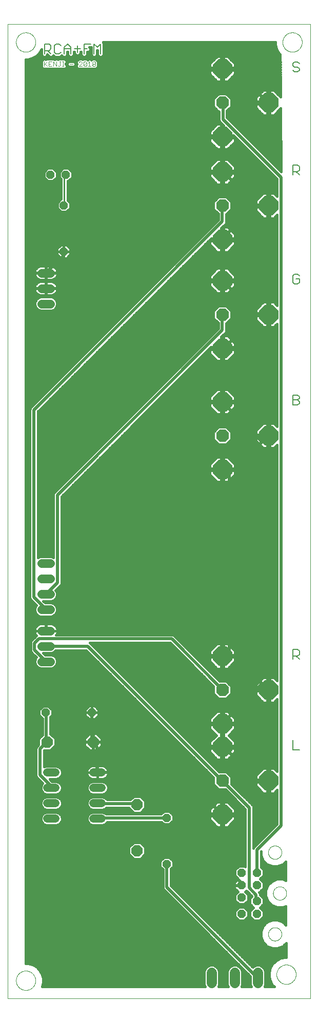
<source format=gtl>
G75*
%MOIN*%
%OFA0B0*%
%FSLAX25Y25*%
%IPPOS*%
%LPD*%
%AMOC8*
5,1,8,0,0,1.08239X$1,22.5*
%
%ADD10C,0.00000*%
%ADD11C,0.00600*%
%ADD12C,0.00300*%
%ADD13OC8,0.07500*%
%ADD14C,0.05200*%
%ADD15C,0.05600*%
%ADD16OC8,0.05200*%
%ADD17C,0.06600*%
%ADD18OC8,0.05543*%
%ADD19OC8,0.08250*%
%ADD20OC8,0.12700*%
%ADD21C,0.01969*%
%ADD22C,0.01600*%
%ADD23C,0.01000*%
D10*
X0001000Y0001000D02*
X0001000Y0634858D01*
X0197850Y0634858D01*
X0197850Y0001000D01*
X0001000Y0001000D01*
X0006512Y0012811D02*
X0006514Y0012969D01*
X0006520Y0013127D01*
X0006530Y0013285D01*
X0006544Y0013443D01*
X0006562Y0013600D01*
X0006583Y0013757D01*
X0006609Y0013913D01*
X0006639Y0014069D01*
X0006672Y0014224D01*
X0006710Y0014377D01*
X0006751Y0014530D01*
X0006796Y0014682D01*
X0006845Y0014833D01*
X0006898Y0014982D01*
X0006954Y0015130D01*
X0007014Y0015276D01*
X0007078Y0015421D01*
X0007146Y0015564D01*
X0007217Y0015706D01*
X0007291Y0015846D01*
X0007369Y0015983D01*
X0007451Y0016119D01*
X0007535Y0016253D01*
X0007624Y0016384D01*
X0007715Y0016513D01*
X0007810Y0016640D01*
X0007907Y0016765D01*
X0008008Y0016887D01*
X0008112Y0017006D01*
X0008219Y0017123D01*
X0008329Y0017237D01*
X0008442Y0017348D01*
X0008557Y0017457D01*
X0008675Y0017562D01*
X0008796Y0017664D01*
X0008919Y0017764D01*
X0009045Y0017860D01*
X0009173Y0017953D01*
X0009303Y0018043D01*
X0009436Y0018129D01*
X0009571Y0018213D01*
X0009707Y0018292D01*
X0009846Y0018369D01*
X0009987Y0018441D01*
X0010129Y0018511D01*
X0010273Y0018576D01*
X0010419Y0018638D01*
X0010566Y0018696D01*
X0010715Y0018751D01*
X0010865Y0018802D01*
X0011016Y0018849D01*
X0011168Y0018892D01*
X0011321Y0018931D01*
X0011476Y0018967D01*
X0011631Y0018998D01*
X0011787Y0019026D01*
X0011943Y0019050D01*
X0012100Y0019070D01*
X0012258Y0019086D01*
X0012415Y0019098D01*
X0012574Y0019106D01*
X0012732Y0019110D01*
X0012890Y0019110D01*
X0013048Y0019106D01*
X0013207Y0019098D01*
X0013364Y0019086D01*
X0013522Y0019070D01*
X0013679Y0019050D01*
X0013835Y0019026D01*
X0013991Y0018998D01*
X0014146Y0018967D01*
X0014301Y0018931D01*
X0014454Y0018892D01*
X0014606Y0018849D01*
X0014757Y0018802D01*
X0014907Y0018751D01*
X0015056Y0018696D01*
X0015203Y0018638D01*
X0015349Y0018576D01*
X0015493Y0018511D01*
X0015635Y0018441D01*
X0015776Y0018369D01*
X0015915Y0018292D01*
X0016051Y0018213D01*
X0016186Y0018129D01*
X0016319Y0018043D01*
X0016449Y0017953D01*
X0016577Y0017860D01*
X0016703Y0017764D01*
X0016826Y0017664D01*
X0016947Y0017562D01*
X0017065Y0017457D01*
X0017180Y0017348D01*
X0017293Y0017237D01*
X0017403Y0017123D01*
X0017510Y0017006D01*
X0017614Y0016887D01*
X0017715Y0016765D01*
X0017812Y0016640D01*
X0017907Y0016513D01*
X0017998Y0016384D01*
X0018087Y0016253D01*
X0018171Y0016119D01*
X0018253Y0015983D01*
X0018331Y0015846D01*
X0018405Y0015706D01*
X0018476Y0015564D01*
X0018544Y0015421D01*
X0018608Y0015276D01*
X0018668Y0015130D01*
X0018724Y0014982D01*
X0018777Y0014833D01*
X0018826Y0014682D01*
X0018871Y0014530D01*
X0018912Y0014377D01*
X0018950Y0014224D01*
X0018983Y0014069D01*
X0019013Y0013913D01*
X0019039Y0013757D01*
X0019060Y0013600D01*
X0019078Y0013443D01*
X0019092Y0013285D01*
X0019102Y0013127D01*
X0019108Y0012969D01*
X0019110Y0012811D01*
X0019108Y0012653D01*
X0019102Y0012495D01*
X0019092Y0012337D01*
X0019078Y0012179D01*
X0019060Y0012022D01*
X0019039Y0011865D01*
X0019013Y0011709D01*
X0018983Y0011553D01*
X0018950Y0011398D01*
X0018912Y0011245D01*
X0018871Y0011092D01*
X0018826Y0010940D01*
X0018777Y0010789D01*
X0018724Y0010640D01*
X0018668Y0010492D01*
X0018608Y0010346D01*
X0018544Y0010201D01*
X0018476Y0010058D01*
X0018405Y0009916D01*
X0018331Y0009776D01*
X0018253Y0009639D01*
X0018171Y0009503D01*
X0018087Y0009369D01*
X0017998Y0009238D01*
X0017907Y0009109D01*
X0017812Y0008982D01*
X0017715Y0008857D01*
X0017614Y0008735D01*
X0017510Y0008616D01*
X0017403Y0008499D01*
X0017293Y0008385D01*
X0017180Y0008274D01*
X0017065Y0008165D01*
X0016947Y0008060D01*
X0016826Y0007958D01*
X0016703Y0007858D01*
X0016577Y0007762D01*
X0016449Y0007669D01*
X0016319Y0007579D01*
X0016186Y0007493D01*
X0016051Y0007409D01*
X0015915Y0007330D01*
X0015776Y0007253D01*
X0015635Y0007181D01*
X0015493Y0007111D01*
X0015349Y0007046D01*
X0015203Y0006984D01*
X0015056Y0006926D01*
X0014907Y0006871D01*
X0014757Y0006820D01*
X0014606Y0006773D01*
X0014454Y0006730D01*
X0014301Y0006691D01*
X0014146Y0006655D01*
X0013991Y0006624D01*
X0013835Y0006596D01*
X0013679Y0006572D01*
X0013522Y0006552D01*
X0013364Y0006536D01*
X0013207Y0006524D01*
X0013048Y0006516D01*
X0012890Y0006512D01*
X0012732Y0006512D01*
X0012574Y0006516D01*
X0012415Y0006524D01*
X0012258Y0006536D01*
X0012100Y0006552D01*
X0011943Y0006572D01*
X0011787Y0006596D01*
X0011631Y0006624D01*
X0011476Y0006655D01*
X0011321Y0006691D01*
X0011168Y0006730D01*
X0011016Y0006773D01*
X0010865Y0006820D01*
X0010715Y0006871D01*
X0010566Y0006926D01*
X0010419Y0006984D01*
X0010273Y0007046D01*
X0010129Y0007111D01*
X0009987Y0007181D01*
X0009846Y0007253D01*
X0009707Y0007330D01*
X0009571Y0007409D01*
X0009436Y0007493D01*
X0009303Y0007579D01*
X0009173Y0007669D01*
X0009045Y0007762D01*
X0008919Y0007858D01*
X0008796Y0007958D01*
X0008675Y0008060D01*
X0008557Y0008165D01*
X0008442Y0008274D01*
X0008329Y0008385D01*
X0008219Y0008499D01*
X0008112Y0008616D01*
X0008008Y0008735D01*
X0007907Y0008857D01*
X0007810Y0008982D01*
X0007715Y0009109D01*
X0007624Y0009238D01*
X0007535Y0009369D01*
X0007451Y0009503D01*
X0007369Y0009639D01*
X0007291Y0009776D01*
X0007217Y0009916D01*
X0007146Y0010058D01*
X0007078Y0010201D01*
X0007014Y0010346D01*
X0006954Y0010492D01*
X0006898Y0010640D01*
X0006845Y0010789D01*
X0006796Y0010940D01*
X0006751Y0011092D01*
X0006710Y0011245D01*
X0006672Y0011398D01*
X0006639Y0011553D01*
X0006609Y0011709D01*
X0006583Y0011865D01*
X0006562Y0012022D01*
X0006544Y0012179D01*
X0006530Y0012337D01*
X0006520Y0012495D01*
X0006514Y0012653D01*
X0006512Y0012811D01*
X0170409Y0042969D02*
X0170411Y0043100D01*
X0170417Y0043232D01*
X0170427Y0043363D01*
X0170441Y0043494D01*
X0170459Y0043624D01*
X0170481Y0043753D01*
X0170506Y0043882D01*
X0170536Y0044010D01*
X0170570Y0044137D01*
X0170607Y0044264D01*
X0170648Y0044388D01*
X0170693Y0044512D01*
X0170742Y0044634D01*
X0170794Y0044755D01*
X0170850Y0044873D01*
X0170910Y0044991D01*
X0170973Y0045106D01*
X0171040Y0045219D01*
X0171110Y0045331D01*
X0171183Y0045440D01*
X0171259Y0045546D01*
X0171339Y0045651D01*
X0171422Y0045753D01*
X0171508Y0045852D01*
X0171597Y0045949D01*
X0171689Y0046043D01*
X0171784Y0046134D01*
X0171881Y0046223D01*
X0171981Y0046308D01*
X0172084Y0046390D01*
X0172189Y0046469D01*
X0172296Y0046545D01*
X0172406Y0046617D01*
X0172518Y0046686D01*
X0172632Y0046752D01*
X0172747Y0046814D01*
X0172865Y0046873D01*
X0172984Y0046928D01*
X0173105Y0046980D01*
X0173228Y0047027D01*
X0173352Y0047071D01*
X0173477Y0047112D01*
X0173603Y0047148D01*
X0173731Y0047181D01*
X0173859Y0047209D01*
X0173988Y0047234D01*
X0174118Y0047255D01*
X0174248Y0047272D01*
X0174379Y0047285D01*
X0174510Y0047294D01*
X0174641Y0047299D01*
X0174773Y0047300D01*
X0174904Y0047297D01*
X0175036Y0047290D01*
X0175167Y0047279D01*
X0175297Y0047264D01*
X0175427Y0047245D01*
X0175557Y0047222D01*
X0175685Y0047196D01*
X0175813Y0047165D01*
X0175940Y0047130D01*
X0176066Y0047092D01*
X0176190Y0047050D01*
X0176314Y0047004D01*
X0176435Y0046954D01*
X0176555Y0046901D01*
X0176674Y0046844D01*
X0176791Y0046784D01*
X0176905Y0046720D01*
X0177018Y0046652D01*
X0177129Y0046581D01*
X0177238Y0046507D01*
X0177344Y0046430D01*
X0177448Y0046349D01*
X0177549Y0046266D01*
X0177648Y0046179D01*
X0177744Y0046089D01*
X0177837Y0045996D01*
X0177928Y0045901D01*
X0178015Y0045803D01*
X0178100Y0045702D01*
X0178181Y0045599D01*
X0178259Y0045493D01*
X0178334Y0045385D01*
X0178406Y0045275D01*
X0178474Y0045163D01*
X0178539Y0045049D01*
X0178600Y0044932D01*
X0178658Y0044814D01*
X0178712Y0044694D01*
X0178763Y0044573D01*
X0178810Y0044450D01*
X0178853Y0044326D01*
X0178892Y0044201D01*
X0178928Y0044074D01*
X0178959Y0043946D01*
X0178987Y0043818D01*
X0179011Y0043689D01*
X0179031Y0043559D01*
X0179047Y0043428D01*
X0179059Y0043297D01*
X0179067Y0043166D01*
X0179071Y0043035D01*
X0179071Y0042903D01*
X0179067Y0042772D01*
X0179059Y0042641D01*
X0179047Y0042510D01*
X0179031Y0042379D01*
X0179011Y0042249D01*
X0178987Y0042120D01*
X0178959Y0041992D01*
X0178928Y0041864D01*
X0178892Y0041737D01*
X0178853Y0041612D01*
X0178810Y0041488D01*
X0178763Y0041365D01*
X0178712Y0041244D01*
X0178658Y0041124D01*
X0178600Y0041006D01*
X0178539Y0040889D01*
X0178474Y0040775D01*
X0178406Y0040663D01*
X0178334Y0040553D01*
X0178259Y0040445D01*
X0178181Y0040339D01*
X0178100Y0040236D01*
X0178015Y0040135D01*
X0177928Y0040037D01*
X0177837Y0039942D01*
X0177744Y0039849D01*
X0177648Y0039759D01*
X0177549Y0039672D01*
X0177448Y0039589D01*
X0177344Y0039508D01*
X0177238Y0039431D01*
X0177129Y0039357D01*
X0177018Y0039286D01*
X0176906Y0039218D01*
X0176791Y0039154D01*
X0176674Y0039094D01*
X0176555Y0039037D01*
X0176435Y0038984D01*
X0176314Y0038934D01*
X0176190Y0038888D01*
X0176066Y0038846D01*
X0175940Y0038808D01*
X0175813Y0038773D01*
X0175685Y0038742D01*
X0175557Y0038716D01*
X0175427Y0038693D01*
X0175297Y0038674D01*
X0175167Y0038659D01*
X0175036Y0038648D01*
X0174904Y0038641D01*
X0174773Y0038638D01*
X0174641Y0038639D01*
X0174510Y0038644D01*
X0174379Y0038653D01*
X0174248Y0038666D01*
X0174118Y0038683D01*
X0173988Y0038704D01*
X0173859Y0038729D01*
X0173731Y0038757D01*
X0173603Y0038790D01*
X0173477Y0038826D01*
X0173352Y0038867D01*
X0173228Y0038911D01*
X0173105Y0038958D01*
X0172984Y0039010D01*
X0172865Y0039065D01*
X0172747Y0039124D01*
X0172632Y0039186D01*
X0172518Y0039252D01*
X0172406Y0039321D01*
X0172296Y0039393D01*
X0172189Y0039469D01*
X0172084Y0039548D01*
X0171981Y0039630D01*
X0171881Y0039715D01*
X0171784Y0039804D01*
X0171689Y0039895D01*
X0171597Y0039989D01*
X0171508Y0040086D01*
X0171422Y0040185D01*
X0171339Y0040287D01*
X0171259Y0040392D01*
X0171183Y0040498D01*
X0171110Y0040607D01*
X0171040Y0040719D01*
X0170973Y0040832D01*
X0170910Y0040947D01*
X0170850Y0041065D01*
X0170794Y0041183D01*
X0170742Y0041304D01*
X0170693Y0041426D01*
X0170648Y0041550D01*
X0170607Y0041674D01*
X0170570Y0041801D01*
X0170536Y0041928D01*
X0170506Y0042056D01*
X0170481Y0042185D01*
X0170459Y0042314D01*
X0170441Y0042444D01*
X0170427Y0042575D01*
X0170417Y0042706D01*
X0170411Y0042838D01*
X0170409Y0042969D01*
X0173559Y0069543D02*
X0173561Y0069674D01*
X0173567Y0069806D01*
X0173577Y0069937D01*
X0173591Y0070068D01*
X0173609Y0070198D01*
X0173631Y0070327D01*
X0173656Y0070456D01*
X0173686Y0070584D01*
X0173720Y0070711D01*
X0173757Y0070838D01*
X0173798Y0070962D01*
X0173843Y0071086D01*
X0173892Y0071208D01*
X0173944Y0071329D01*
X0174000Y0071447D01*
X0174060Y0071565D01*
X0174123Y0071680D01*
X0174190Y0071793D01*
X0174260Y0071905D01*
X0174333Y0072014D01*
X0174409Y0072120D01*
X0174489Y0072225D01*
X0174572Y0072327D01*
X0174658Y0072426D01*
X0174747Y0072523D01*
X0174839Y0072617D01*
X0174934Y0072708D01*
X0175031Y0072797D01*
X0175131Y0072882D01*
X0175234Y0072964D01*
X0175339Y0073043D01*
X0175446Y0073119D01*
X0175556Y0073191D01*
X0175668Y0073260D01*
X0175782Y0073326D01*
X0175897Y0073388D01*
X0176015Y0073447D01*
X0176134Y0073502D01*
X0176255Y0073554D01*
X0176378Y0073601D01*
X0176502Y0073645D01*
X0176627Y0073686D01*
X0176753Y0073722D01*
X0176881Y0073755D01*
X0177009Y0073783D01*
X0177138Y0073808D01*
X0177268Y0073829D01*
X0177398Y0073846D01*
X0177529Y0073859D01*
X0177660Y0073868D01*
X0177791Y0073873D01*
X0177923Y0073874D01*
X0178054Y0073871D01*
X0178186Y0073864D01*
X0178317Y0073853D01*
X0178447Y0073838D01*
X0178577Y0073819D01*
X0178707Y0073796D01*
X0178835Y0073770D01*
X0178963Y0073739D01*
X0179090Y0073704D01*
X0179216Y0073666D01*
X0179340Y0073624D01*
X0179464Y0073578D01*
X0179585Y0073528D01*
X0179705Y0073475D01*
X0179824Y0073418D01*
X0179941Y0073358D01*
X0180055Y0073294D01*
X0180168Y0073226D01*
X0180279Y0073155D01*
X0180388Y0073081D01*
X0180494Y0073004D01*
X0180598Y0072923D01*
X0180699Y0072840D01*
X0180798Y0072753D01*
X0180894Y0072663D01*
X0180987Y0072570D01*
X0181078Y0072475D01*
X0181165Y0072377D01*
X0181250Y0072276D01*
X0181331Y0072173D01*
X0181409Y0072067D01*
X0181484Y0071959D01*
X0181556Y0071849D01*
X0181624Y0071737D01*
X0181689Y0071623D01*
X0181750Y0071506D01*
X0181808Y0071388D01*
X0181862Y0071268D01*
X0181913Y0071147D01*
X0181960Y0071024D01*
X0182003Y0070900D01*
X0182042Y0070775D01*
X0182078Y0070648D01*
X0182109Y0070520D01*
X0182137Y0070392D01*
X0182161Y0070263D01*
X0182181Y0070133D01*
X0182197Y0070002D01*
X0182209Y0069871D01*
X0182217Y0069740D01*
X0182221Y0069609D01*
X0182221Y0069477D01*
X0182217Y0069346D01*
X0182209Y0069215D01*
X0182197Y0069084D01*
X0182181Y0068953D01*
X0182161Y0068823D01*
X0182137Y0068694D01*
X0182109Y0068566D01*
X0182078Y0068438D01*
X0182042Y0068311D01*
X0182003Y0068186D01*
X0181960Y0068062D01*
X0181913Y0067939D01*
X0181862Y0067818D01*
X0181808Y0067698D01*
X0181750Y0067580D01*
X0181689Y0067463D01*
X0181624Y0067349D01*
X0181556Y0067237D01*
X0181484Y0067127D01*
X0181409Y0067019D01*
X0181331Y0066913D01*
X0181250Y0066810D01*
X0181165Y0066709D01*
X0181078Y0066611D01*
X0180987Y0066516D01*
X0180894Y0066423D01*
X0180798Y0066333D01*
X0180699Y0066246D01*
X0180598Y0066163D01*
X0180494Y0066082D01*
X0180388Y0066005D01*
X0180279Y0065931D01*
X0180168Y0065860D01*
X0180056Y0065792D01*
X0179941Y0065728D01*
X0179824Y0065668D01*
X0179705Y0065611D01*
X0179585Y0065558D01*
X0179464Y0065508D01*
X0179340Y0065462D01*
X0179216Y0065420D01*
X0179090Y0065382D01*
X0178963Y0065347D01*
X0178835Y0065316D01*
X0178707Y0065290D01*
X0178577Y0065267D01*
X0178447Y0065248D01*
X0178317Y0065233D01*
X0178186Y0065222D01*
X0178054Y0065215D01*
X0177923Y0065212D01*
X0177791Y0065213D01*
X0177660Y0065218D01*
X0177529Y0065227D01*
X0177398Y0065240D01*
X0177268Y0065257D01*
X0177138Y0065278D01*
X0177009Y0065303D01*
X0176881Y0065331D01*
X0176753Y0065364D01*
X0176627Y0065400D01*
X0176502Y0065441D01*
X0176378Y0065485D01*
X0176255Y0065532D01*
X0176134Y0065584D01*
X0176015Y0065639D01*
X0175897Y0065698D01*
X0175782Y0065760D01*
X0175668Y0065826D01*
X0175556Y0065895D01*
X0175446Y0065967D01*
X0175339Y0066043D01*
X0175234Y0066122D01*
X0175131Y0066204D01*
X0175031Y0066289D01*
X0174934Y0066378D01*
X0174839Y0066469D01*
X0174747Y0066563D01*
X0174658Y0066660D01*
X0174572Y0066759D01*
X0174489Y0066861D01*
X0174409Y0066966D01*
X0174333Y0067072D01*
X0174260Y0067181D01*
X0174190Y0067293D01*
X0174123Y0067406D01*
X0174060Y0067521D01*
X0174000Y0067639D01*
X0173944Y0067757D01*
X0173892Y0067878D01*
X0173843Y0068000D01*
X0173798Y0068124D01*
X0173757Y0068248D01*
X0173720Y0068375D01*
X0173686Y0068502D01*
X0173656Y0068630D01*
X0173631Y0068759D01*
X0173609Y0068888D01*
X0173591Y0069018D01*
X0173577Y0069149D01*
X0173567Y0069280D01*
X0173561Y0069412D01*
X0173559Y0069543D01*
X0170409Y0096118D02*
X0170411Y0096249D01*
X0170417Y0096381D01*
X0170427Y0096512D01*
X0170441Y0096643D01*
X0170459Y0096773D01*
X0170481Y0096902D01*
X0170506Y0097031D01*
X0170536Y0097159D01*
X0170570Y0097286D01*
X0170607Y0097413D01*
X0170648Y0097537D01*
X0170693Y0097661D01*
X0170742Y0097783D01*
X0170794Y0097904D01*
X0170850Y0098022D01*
X0170910Y0098140D01*
X0170973Y0098255D01*
X0171040Y0098368D01*
X0171110Y0098480D01*
X0171183Y0098589D01*
X0171259Y0098695D01*
X0171339Y0098800D01*
X0171422Y0098902D01*
X0171508Y0099001D01*
X0171597Y0099098D01*
X0171689Y0099192D01*
X0171784Y0099283D01*
X0171881Y0099372D01*
X0171981Y0099457D01*
X0172084Y0099539D01*
X0172189Y0099618D01*
X0172296Y0099694D01*
X0172406Y0099766D01*
X0172518Y0099835D01*
X0172632Y0099901D01*
X0172747Y0099963D01*
X0172865Y0100022D01*
X0172984Y0100077D01*
X0173105Y0100129D01*
X0173228Y0100176D01*
X0173352Y0100220D01*
X0173477Y0100261D01*
X0173603Y0100297D01*
X0173731Y0100330D01*
X0173859Y0100358D01*
X0173988Y0100383D01*
X0174118Y0100404D01*
X0174248Y0100421D01*
X0174379Y0100434D01*
X0174510Y0100443D01*
X0174641Y0100448D01*
X0174773Y0100449D01*
X0174904Y0100446D01*
X0175036Y0100439D01*
X0175167Y0100428D01*
X0175297Y0100413D01*
X0175427Y0100394D01*
X0175557Y0100371D01*
X0175685Y0100345D01*
X0175813Y0100314D01*
X0175940Y0100279D01*
X0176066Y0100241D01*
X0176190Y0100199D01*
X0176314Y0100153D01*
X0176435Y0100103D01*
X0176555Y0100050D01*
X0176674Y0099993D01*
X0176791Y0099933D01*
X0176905Y0099869D01*
X0177018Y0099801D01*
X0177129Y0099730D01*
X0177238Y0099656D01*
X0177344Y0099579D01*
X0177448Y0099498D01*
X0177549Y0099415D01*
X0177648Y0099328D01*
X0177744Y0099238D01*
X0177837Y0099145D01*
X0177928Y0099050D01*
X0178015Y0098952D01*
X0178100Y0098851D01*
X0178181Y0098748D01*
X0178259Y0098642D01*
X0178334Y0098534D01*
X0178406Y0098424D01*
X0178474Y0098312D01*
X0178539Y0098198D01*
X0178600Y0098081D01*
X0178658Y0097963D01*
X0178712Y0097843D01*
X0178763Y0097722D01*
X0178810Y0097599D01*
X0178853Y0097475D01*
X0178892Y0097350D01*
X0178928Y0097223D01*
X0178959Y0097095D01*
X0178987Y0096967D01*
X0179011Y0096838D01*
X0179031Y0096708D01*
X0179047Y0096577D01*
X0179059Y0096446D01*
X0179067Y0096315D01*
X0179071Y0096184D01*
X0179071Y0096052D01*
X0179067Y0095921D01*
X0179059Y0095790D01*
X0179047Y0095659D01*
X0179031Y0095528D01*
X0179011Y0095398D01*
X0178987Y0095269D01*
X0178959Y0095141D01*
X0178928Y0095013D01*
X0178892Y0094886D01*
X0178853Y0094761D01*
X0178810Y0094637D01*
X0178763Y0094514D01*
X0178712Y0094393D01*
X0178658Y0094273D01*
X0178600Y0094155D01*
X0178539Y0094038D01*
X0178474Y0093924D01*
X0178406Y0093812D01*
X0178334Y0093702D01*
X0178259Y0093594D01*
X0178181Y0093488D01*
X0178100Y0093385D01*
X0178015Y0093284D01*
X0177928Y0093186D01*
X0177837Y0093091D01*
X0177744Y0092998D01*
X0177648Y0092908D01*
X0177549Y0092821D01*
X0177448Y0092738D01*
X0177344Y0092657D01*
X0177238Y0092580D01*
X0177129Y0092506D01*
X0177018Y0092435D01*
X0176906Y0092367D01*
X0176791Y0092303D01*
X0176674Y0092243D01*
X0176555Y0092186D01*
X0176435Y0092133D01*
X0176314Y0092083D01*
X0176190Y0092037D01*
X0176066Y0091995D01*
X0175940Y0091957D01*
X0175813Y0091922D01*
X0175685Y0091891D01*
X0175557Y0091865D01*
X0175427Y0091842D01*
X0175297Y0091823D01*
X0175167Y0091808D01*
X0175036Y0091797D01*
X0174904Y0091790D01*
X0174773Y0091787D01*
X0174641Y0091788D01*
X0174510Y0091793D01*
X0174379Y0091802D01*
X0174248Y0091815D01*
X0174118Y0091832D01*
X0173988Y0091853D01*
X0173859Y0091878D01*
X0173731Y0091906D01*
X0173603Y0091939D01*
X0173477Y0091975D01*
X0173352Y0092016D01*
X0173228Y0092060D01*
X0173105Y0092107D01*
X0172984Y0092159D01*
X0172865Y0092214D01*
X0172747Y0092273D01*
X0172632Y0092335D01*
X0172518Y0092401D01*
X0172406Y0092470D01*
X0172296Y0092542D01*
X0172189Y0092618D01*
X0172084Y0092697D01*
X0171981Y0092779D01*
X0171881Y0092864D01*
X0171784Y0092953D01*
X0171689Y0093044D01*
X0171597Y0093138D01*
X0171508Y0093235D01*
X0171422Y0093334D01*
X0171339Y0093436D01*
X0171259Y0093541D01*
X0171183Y0093647D01*
X0171110Y0093756D01*
X0171040Y0093868D01*
X0170973Y0093981D01*
X0170910Y0094096D01*
X0170850Y0094214D01*
X0170794Y0094332D01*
X0170742Y0094453D01*
X0170693Y0094575D01*
X0170648Y0094699D01*
X0170607Y0094823D01*
X0170570Y0094950D01*
X0170536Y0095077D01*
X0170506Y0095205D01*
X0170481Y0095334D01*
X0170459Y0095463D01*
X0170441Y0095593D01*
X0170427Y0095724D01*
X0170417Y0095855D01*
X0170411Y0095987D01*
X0170409Y0096118D01*
X0175803Y0016748D02*
X0175805Y0016906D01*
X0175811Y0017064D01*
X0175821Y0017222D01*
X0175835Y0017380D01*
X0175853Y0017537D01*
X0175874Y0017694D01*
X0175900Y0017850D01*
X0175930Y0018006D01*
X0175963Y0018161D01*
X0176001Y0018314D01*
X0176042Y0018467D01*
X0176087Y0018619D01*
X0176136Y0018770D01*
X0176189Y0018919D01*
X0176245Y0019067D01*
X0176305Y0019213D01*
X0176369Y0019358D01*
X0176437Y0019501D01*
X0176508Y0019643D01*
X0176582Y0019783D01*
X0176660Y0019920D01*
X0176742Y0020056D01*
X0176826Y0020190D01*
X0176915Y0020321D01*
X0177006Y0020450D01*
X0177101Y0020577D01*
X0177198Y0020702D01*
X0177299Y0020824D01*
X0177403Y0020943D01*
X0177510Y0021060D01*
X0177620Y0021174D01*
X0177733Y0021285D01*
X0177848Y0021394D01*
X0177966Y0021499D01*
X0178087Y0021601D01*
X0178210Y0021701D01*
X0178336Y0021797D01*
X0178464Y0021890D01*
X0178594Y0021980D01*
X0178727Y0022066D01*
X0178862Y0022150D01*
X0178998Y0022229D01*
X0179137Y0022306D01*
X0179278Y0022378D01*
X0179420Y0022448D01*
X0179564Y0022513D01*
X0179710Y0022575D01*
X0179857Y0022633D01*
X0180006Y0022688D01*
X0180156Y0022739D01*
X0180307Y0022786D01*
X0180459Y0022829D01*
X0180612Y0022868D01*
X0180767Y0022904D01*
X0180922Y0022935D01*
X0181078Y0022963D01*
X0181234Y0022987D01*
X0181391Y0023007D01*
X0181549Y0023023D01*
X0181706Y0023035D01*
X0181865Y0023043D01*
X0182023Y0023047D01*
X0182181Y0023047D01*
X0182339Y0023043D01*
X0182498Y0023035D01*
X0182655Y0023023D01*
X0182813Y0023007D01*
X0182970Y0022987D01*
X0183126Y0022963D01*
X0183282Y0022935D01*
X0183437Y0022904D01*
X0183592Y0022868D01*
X0183745Y0022829D01*
X0183897Y0022786D01*
X0184048Y0022739D01*
X0184198Y0022688D01*
X0184347Y0022633D01*
X0184494Y0022575D01*
X0184640Y0022513D01*
X0184784Y0022448D01*
X0184926Y0022378D01*
X0185067Y0022306D01*
X0185206Y0022229D01*
X0185342Y0022150D01*
X0185477Y0022066D01*
X0185610Y0021980D01*
X0185740Y0021890D01*
X0185868Y0021797D01*
X0185994Y0021701D01*
X0186117Y0021601D01*
X0186238Y0021499D01*
X0186356Y0021394D01*
X0186471Y0021285D01*
X0186584Y0021174D01*
X0186694Y0021060D01*
X0186801Y0020943D01*
X0186905Y0020824D01*
X0187006Y0020702D01*
X0187103Y0020577D01*
X0187198Y0020450D01*
X0187289Y0020321D01*
X0187378Y0020190D01*
X0187462Y0020056D01*
X0187544Y0019920D01*
X0187622Y0019783D01*
X0187696Y0019643D01*
X0187767Y0019501D01*
X0187835Y0019358D01*
X0187899Y0019213D01*
X0187959Y0019067D01*
X0188015Y0018919D01*
X0188068Y0018770D01*
X0188117Y0018619D01*
X0188162Y0018467D01*
X0188203Y0018314D01*
X0188241Y0018161D01*
X0188274Y0018006D01*
X0188304Y0017850D01*
X0188330Y0017694D01*
X0188351Y0017537D01*
X0188369Y0017380D01*
X0188383Y0017222D01*
X0188393Y0017064D01*
X0188399Y0016906D01*
X0188401Y0016748D01*
X0188399Y0016590D01*
X0188393Y0016432D01*
X0188383Y0016274D01*
X0188369Y0016116D01*
X0188351Y0015959D01*
X0188330Y0015802D01*
X0188304Y0015646D01*
X0188274Y0015490D01*
X0188241Y0015335D01*
X0188203Y0015182D01*
X0188162Y0015029D01*
X0188117Y0014877D01*
X0188068Y0014726D01*
X0188015Y0014577D01*
X0187959Y0014429D01*
X0187899Y0014283D01*
X0187835Y0014138D01*
X0187767Y0013995D01*
X0187696Y0013853D01*
X0187622Y0013713D01*
X0187544Y0013576D01*
X0187462Y0013440D01*
X0187378Y0013306D01*
X0187289Y0013175D01*
X0187198Y0013046D01*
X0187103Y0012919D01*
X0187006Y0012794D01*
X0186905Y0012672D01*
X0186801Y0012553D01*
X0186694Y0012436D01*
X0186584Y0012322D01*
X0186471Y0012211D01*
X0186356Y0012102D01*
X0186238Y0011997D01*
X0186117Y0011895D01*
X0185994Y0011795D01*
X0185868Y0011699D01*
X0185740Y0011606D01*
X0185610Y0011516D01*
X0185477Y0011430D01*
X0185342Y0011346D01*
X0185206Y0011267D01*
X0185067Y0011190D01*
X0184926Y0011118D01*
X0184784Y0011048D01*
X0184640Y0010983D01*
X0184494Y0010921D01*
X0184347Y0010863D01*
X0184198Y0010808D01*
X0184048Y0010757D01*
X0183897Y0010710D01*
X0183745Y0010667D01*
X0183592Y0010628D01*
X0183437Y0010592D01*
X0183282Y0010561D01*
X0183126Y0010533D01*
X0182970Y0010509D01*
X0182813Y0010489D01*
X0182655Y0010473D01*
X0182498Y0010461D01*
X0182339Y0010453D01*
X0182181Y0010449D01*
X0182023Y0010449D01*
X0181865Y0010453D01*
X0181706Y0010461D01*
X0181549Y0010473D01*
X0181391Y0010489D01*
X0181234Y0010509D01*
X0181078Y0010533D01*
X0180922Y0010561D01*
X0180767Y0010592D01*
X0180612Y0010628D01*
X0180459Y0010667D01*
X0180307Y0010710D01*
X0180156Y0010757D01*
X0180006Y0010808D01*
X0179857Y0010863D01*
X0179710Y0010921D01*
X0179564Y0010983D01*
X0179420Y0011048D01*
X0179278Y0011118D01*
X0179137Y0011190D01*
X0178998Y0011267D01*
X0178862Y0011346D01*
X0178727Y0011430D01*
X0178594Y0011516D01*
X0178464Y0011606D01*
X0178336Y0011699D01*
X0178210Y0011795D01*
X0178087Y0011895D01*
X0177966Y0011997D01*
X0177848Y0012102D01*
X0177733Y0012211D01*
X0177620Y0012322D01*
X0177510Y0012436D01*
X0177403Y0012553D01*
X0177299Y0012672D01*
X0177198Y0012794D01*
X0177101Y0012919D01*
X0177006Y0013046D01*
X0176915Y0013175D01*
X0176826Y0013306D01*
X0176742Y0013440D01*
X0176660Y0013576D01*
X0176582Y0013713D01*
X0176508Y0013853D01*
X0176437Y0013995D01*
X0176369Y0014138D01*
X0176305Y0014283D01*
X0176245Y0014429D01*
X0176189Y0014577D01*
X0176136Y0014726D01*
X0176087Y0014877D01*
X0176042Y0015029D01*
X0176001Y0015182D01*
X0175963Y0015335D01*
X0175930Y0015490D01*
X0175900Y0015646D01*
X0175874Y0015802D01*
X0175853Y0015959D01*
X0175835Y0016116D01*
X0175821Y0016274D01*
X0175811Y0016432D01*
X0175805Y0016590D01*
X0175803Y0016748D01*
X0179740Y0623047D02*
X0179742Y0623205D01*
X0179748Y0623363D01*
X0179758Y0623521D01*
X0179772Y0623679D01*
X0179790Y0623836D01*
X0179811Y0623993D01*
X0179837Y0624149D01*
X0179867Y0624305D01*
X0179900Y0624460D01*
X0179938Y0624613D01*
X0179979Y0624766D01*
X0180024Y0624918D01*
X0180073Y0625069D01*
X0180126Y0625218D01*
X0180182Y0625366D01*
X0180242Y0625512D01*
X0180306Y0625657D01*
X0180374Y0625800D01*
X0180445Y0625942D01*
X0180519Y0626082D01*
X0180597Y0626219D01*
X0180679Y0626355D01*
X0180763Y0626489D01*
X0180852Y0626620D01*
X0180943Y0626749D01*
X0181038Y0626876D01*
X0181135Y0627001D01*
X0181236Y0627123D01*
X0181340Y0627242D01*
X0181447Y0627359D01*
X0181557Y0627473D01*
X0181670Y0627584D01*
X0181785Y0627693D01*
X0181903Y0627798D01*
X0182024Y0627900D01*
X0182147Y0628000D01*
X0182273Y0628096D01*
X0182401Y0628189D01*
X0182531Y0628279D01*
X0182664Y0628365D01*
X0182799Y0628449D01*
X0182935Y0628528D01*
X0183074Y0628605D01*
X0183215Y0628677D01*
X0183357Y0628747D01*
X0183501Y0628812D01*
X0183647Y0628874D01*
X0183794Y0628932D01*
X0183943Y0628987D01*
X0184093Y0629038D01*
X0184244Y0629085D01*
X0184396Y0629128D01*
X0184549Y0629167D01*
X0184704Y0629203D01*
X0184859Y0629234D01*
X0185015Y0629262D01*
X0185171Y0629286D01*
X0185328Y0629306D01*
X0185486Y0629322D01*
X0185643Y0629334D01*
X0185802Y0629342D01*
X0185960Y0629346D01*
X0186118Y0629346D01*
X0186276Y0629342D01*
X0186435Y0629334D01*
X0186592Y0629322D01*
X0186750Y0629306D01*
X0186907Y0629286D01*
X0187063Y0629262D01*
X0187219Y0629234D01*
X0187374Y0629203D01*
X0187529Y0629167D01*
X0187682Y0629128D01*
X0187834Y0629085D01*
X0187985Y0629038D01*
X0188135Y0628987D01*
X0188284Y0628932D01*
X0188431Y0628874D01*
X0188577Y0628812D01*
X0188721Y0628747D01*
X0188863Y0628677D01*
X0189004Y0628605D01*
X0189143Y0628528D01*
X0189279Y0628449D01*
X0189414Y0628365D01*
X0189547Y0628279D01*
X0189677Y0628189D01*
X0189805Y0628096D01*
X0189931Y0628000D01*
X0190054Y0627900D01*
X0190175Y0627798D01*
X0190293Y0627693D01*
X0190408Y0627584D01*
X0190521Y0627473D01*
X0190631Y0627359D01*
X0190738Y0627242D01*
X0190842Y0627123D01*
X0190943Y0627001D01*
X0191040Y0626876D01*
X0191135Y0626749D01*
X0191226Y0626620D01*
X0191315Y0626489D01*
X0191399Y0626355D01*
X0191481Y0626219D01*
X0191559Y0626082D01*
X0191633Y0625942D01*
X0191704Y0625800D01*
X0191772Y0625657D01*
X0191836Y0625512D01*
X0191896Y0625366D01*
X0191952Y0625218D01*
X0192005Y0625069D01*
X0192054Y0624918D01*
X0192099Y0624766D01*
X0192140Y0624613D01*
X0192178Y0624460D01*
X0192211Y0624305D01*
X0192241Y0624149D01*
X0192267Y0623993D01*
X0192288Y0623836D01*
X0192306Y0623679D01*
X0192320Y0623521D01*
X0192330Y0623363D01*
X0192336Y0623205D01*
X0192338Y0623047D01*
X0192336Y0622889D01*
X0192330Y0622731D01*
X0192320Y0622573D01*
X0192306Y0622415D01*
X0192288Y0622258D01*
X0192267Y0622101D01*
X0192241Y0621945D01*
X0192211Y0621789D01*
X0192178Y0621634D01*
X0192140Y0621481D01*
X0192099Y0621328D01*
X0192054Y0621176D01*
X0192005Y0621025D01*
X0191952Y0620876D01*
X0191896Y0620728D01*
X0191836Y0620582D01*
X0191772Y0620437D01*
X0191704Y0620294D01*
X0191633Y0620152D01*
X0191559Y0620012D01*
X0191481Y0619875D01*
X0191399Y0619739D01*
X0191315Y0619605D01*
X0191226Y0619474D01*
X0191135Y0619345D01*
X0191040Y0619218D01*
X0190943Y0619093D01*
X0190842Y0618971D01*
X0190738Y0618852D01*
X0190631Y0618735D01*
X0190521Y0618621D01*
X0190408Y0618510D01*
X0190293Y0618401D01*
X0190175Y0618296D01*
X0190054Y0618194D01*
X0189931Y0618094D01*
X0189805Y0617998D01*
X0189677Y0617905D01*
X0189547Y0617815D01*
X0189414Y0617729D01*
X0189279Y0617645D01*
X0189143Y0617566D01*
X0189004Y0617489D01*
X0188863Y0617417D01*
X0188721Y0617347D01*
X0188577Y0617282D01*
X0188431Y0617220D01*
X0188284Y0617162D01*
X0188135Y0617107D01*
X0187985Y0617056D01*
X0187834Y0617009D01*
X0187682Y0616966D01*
X0187529Y0616927D01*
X0187374Y0616891D01*
X0187219Y0616860D01*
X0187063Y0616832D01*
X0186907Y0616808D01*
X0186750Y0616788D01*
X0186592Y0616772D01*
X0186435Y0616760D01*
X0186276Y0616752D01*
X0186118Y0616748D01*
X0185960Y0616748D01*
X0185802Y0616752D01*
X0185643Y0616760D01*
X0185486Y0616772D01*
X0185328Y0616788D01*
X0185171Y0616808D01*
X0185015Y0616832D01*
X0184859Y0616860D01*
X0184704Y0616891D01*
X0184549Y0616927D01*
X0184396Y0616966D01*
X0184244Y0617009D01*
X0184093Y0617056D01*
X0183943Y0617107D01*
X0183794Y0617162D01*
X0183647Y0617220D01*
X0183501Y0617282D01*
X0183357Y0617347D01*
X0183215Y0617417D01*
X0183074Y0617489D01*
X0182935Y0617566D01*
X0182799Y0617645D01*
X0182664Y0617729D01*
X0182531Y0617815D01*
X0182401Y0617905D01*
X0182273Y0617998D01*
X0182147Y0618094D01*
X0182024Y0618194D01*
X0181903Y0618296D01*
X0181785Y0618401D01*
X0181670Y0618510D01*
X0181557Y0618621D01*
X0181447Y0618735D01*
X0181340Y0618852D01*
X0181236Y0618971D01*
X0181135Y0619093D01*
X0181038Y0619218D01*
X0180943Y0619345D01*
X0180852Y0619474D01*
X0180763Y0619605D01*
X0180679Y0619739D01*
X0180597Y0619875D01*
X0180519Y0620012D01*
X0180445Y0620152D01*
X0180374Y0620294D01*
X0180306Y0620437D01*
X0180242Y0620582D01*
X0180182Y0620728D01*
X0180126Y0620876D01*
X0180073Y0621025D01*
X0180024Y0621176D01*
X0179979Y0621328D01*
X0179938Y0621481D01*
X0179900Y0621634D01*
X0179867Y0621789D01*
X0179837Y0621945D01*
X0179811Y0622101D01*
X0179790Y0622258D01*
X0179772Y0622415D01*
X0179758Y0622573D01*
X0179748Y0622731D01*
X0179742Y0622889D01*
X0179740Y0623047D01*
X0006512Y0623047D02*
X0006514Y0623205D01*
X0006520Y0623363D01*
X0006530Y0623521D01*
X0006544Y0623679D01*
X0006562Y0623836D01*
X0006583Y0623993D01*
X0006609Y0624149D01*
X0006639Y0624305D01*
X0006672Y0624460D01*
X0006710Y0624613D01*
X0006751Y0624766D01*
X0006796Y0624918D01*
X0006845Y0625069D01*
X0006898Y0625218D01*
X0006954Y0625366D01*
X0007014Y0625512D01*
X0007078Y0625657D01*
X0007146Y0625800D01*
X0007217Y0625942D01*
X0007291Y0626082D01*
X0007369Y0626219D01*
X0007451Y0626355D01*
X0007535Y0626489D01*
X0007624Y0626620D01*
X0007715Y0626749D01*
X0007810Y0626876D01*
X0007907Y0627001D01*
X0008008Y0627123D01*
X0008112Y0627242D01*
X0008219Y0627359D01*
X0008329Y0627473D01*
X0008442Y0627584D01*
X0008557Y0627693D01*
X0008675Y0627798D01*
X0008796Y0627900D01*
X0008919Y0628000D01*
X0009045Y0628096D01*
X0009173Y0628189D01*
X0009303Y0628279D01*
X0009436Y0628365D01*
X0009571Y0628449D01*
X0009707Y0628528D01*
X0009846Y0628605D01*
X0009987Y0628677D01*
X0010129Y0628747D01*
X0010273Y0628812D01*
X0010419Y0628874D01*
X0010566Y0628932D01*
X0010715Y0628987D01*
X0010865Y0629038D01*
X0011016Y0629085D01*
X0011168Y0629128D01*
X0011321Y0629167D01*
X0011476Y0629203D01*
X0011631Y0629234D01*
X0011787Y0629262D01*
X0011943Y0629286D01*
X0012100Y0629306D01*
X0012258Y0629322D01*
X0012415Y0629334D01*
X0012574Y0629342D01*
X0012732Y0629346D01*
X0012890Y0629346D01*
X0013048Y0629342D01*
X0013207Y0629334D01*
X0013364Y0629322D01*
X0013522Y0629306D01*
X0013679Y0629286D01*
X0013835Y0629262D01*
X0013991Y0629234D01*
X0014146Y0629203D01*
X0014301Y0629167D01*
X0014454Y0629128D01*
X0014606Y0629085D01*
X0014757Y0629038D01*
X0014907Y0628987D01*
X0015056Y0628932D01*
X0015203Y0628874D01*
X0015349Y0628812D01*
X0015493Y0628747D01*
X0015635Y0628677D01*
X0015776Y0628605D01*
X0015915Y0628528D01*
X0016051Y0628449D01*
X0016186Y0628365D01*
X0016319Y0628279D01*
X0016449Y0628189D01*
X0016577Y0628096D01*
X0016703Y0628000D01*
X0016826Y0627900D01*
X0016947Y0627798D01*
X0017065Y0627693D01*
X0017180Y0627584D01*
X0017293Y0627473D01*
X0017403Y0627359D01*
X0017510Y0627242D01*
X0017614Y0627123D01*
X0017715Y0627001D01*
X0017812Y0626876D01*
X0017907Y0626749D01*
X0017998Y0626620D01*
X0018087Y0626489D01*
X0018171Y0626355D01*
X0018253Y0626219D01*
X0018331Y0626082D01*
X0018405Y0625942D01*
X0018476Y0625800D01*
X0018544Y0625657D01*
X0018608Y0625512D01*
X0018668Y0625366D01*
X0018724Y0625218D01*
X0018777Y0625069D01*
X0018826Y0624918D01*
X0018871Y0624766D01*
X0018912Y0624613D01*
X0018950Y0624460D01*
X0018983Y0624305D01*
X0019013Y0624149D01*
X0019039Y0623993D01*
X0019060Y0623836D01*
X0019078Y0623679D01*
X0019092Y0623521D01*
X0019102Y0623363D01*
X0019108Y0623205D01*
X0019110Y0623047D01*
X0019108Y0622889D01*
X0019102Y0622731D01*
X0019092Y0622573D01*
X0019078Y0622415D01*
X0019060Y0622258D01*
X0019039Y0622101D01*
X0019013Y0621945D01*
X0018983Y0621789D01*
X0018950Y0621634D01*
X0018912Y0621481D01*
X0018871Y0621328D01*
X0018826Y0621176D01*
X0018777Y0621025D01*
X0018724Y0620876D01*
X0018668Y0620728D01*
X0018608Y0620582D01*
X0018544Y0620437D01*
X0018476Y0620294D01*
X0018405Y0620152D01*
X0018331Y0620012D01*
X0018253Y0619875D01*
X0018171Y0619739D01*
X0018087Y0619605D01*
X0017998Y0619474D01*
X0017907Y0619345D01*
X0017812Y0619218D01*
X0017715Y0619093D01*
X0017614Y0618971D01*
X0017510Y0618852D01*
X0017403Y0618735D01*
X0017293Y0618621D01*
X0017180Y0618510D01*
X0017065Y0618401D01*
X0016947Y0618296D01*
X0016826Y0618194D01*
X0016703Y0618094D01*
X0016577Y0617998D01*
X0016449Y0617905D01*
X0016319Y0617815D01*
X0016186Y0617729D01*
X0016051Y0617645D01*
X0015915Y0617566D01*
X0015776Y0617489D01*
X0015635Y0617417D01*
X0015493Y0617347D01*
X0015349Y0617282D01*
X0015203Y0617220D01*
X0015056Y0617162D01*
X0014907Y0617107D01*
X0014757Y0617056D01*
X0014606Y0617009D01*
X0014454Y0616966D01*
X0014301Y0616927D01*
X0014146Y0616891D01*
X0013991Y0616860D01*
X0013835Y0616832D01*
X0013679Y0616808D01*
X0013522Y0616788D01*
X0013364Y0616772D01*
X0013207Y0616760D01*
X0013048Y0616752D01*
X0012890Y0616748D01*
X0012732Y0616748D01*
X0012574Y0616752D01*
X0012415Y0616760D01*
X0012258Y0616772D01*
X0012100Y0616788D01*
X0011943Y0616808D01*
X0011787Y0616832D01*
X0011631Y0616860D01*
X0011476Y0616891D01*
X0011321Y0616927D01*
X0011168Y0616966D01*
X0011016Y0617009D01*
X0010865Y0617056D01*
X0010715Y0617107D01*
X0010566Y0617162D01*
X0010419Y0617220D01*
X0010273Y0617282D01*
X0010129Y0617347D01*
X0009987Y0617417D01*
X0009846Y0617489D01*
X0009707Y0617566D01*
X0009571Y0617645D01*
X0009436Y0617729D01*
X0009303Y0617815D01*
X0009173Y0617905D01*
X0009045Y0617998D01*
X0008919Y0618094D01*
X0008796Y0618194D01*
X0008675Y0618296D01*
X0008557Y0618401D01*
X0008442Y0618510D01*
X0008329Y0618621D01*
X0008219Y0618735D01*
X0008112Y0618852D01*
X0008008Y0618971D01*
X0007907Y0619093D01*
X0007810Y0619218D01*
X0007715Y0619345D01*
X0007624Y0619474D01*
X0007535Y0619605D01*
X0007451Y0619739D01*
X0007369Y0619875D01*
X0007291Y0620012D01*
X0007217Y0620152D01*
X0007146Y0620294D01*
X0007078Y0620437D01*
X0007014Y0620582D01*
X0006954Y0620728D01*
X0006898Y0620876D01*
X0006845Y0621025D01*
X0006796Y0621176D01*
X0006751Y0621328D01*
X0006710Y0621481D01*
X0006672Y0621634D01*
X0006639Y0621789D01*
X0006609Y0621945D01*
X0006583Y0622101D01*
X0006562Y0622258D01*
X0006544Y0622415D01*
X0006530Y0622573D01*
X0006520Y0622731D01*
X0006514Y0622889D01*
X0006512Y0623047D01*
D11*
X0024922Y0621879D02*
X0024922Y0615473D01*
X0024922Y0617608D02*
X0028125Y0617608D01*
X0029192Y0618676D01*
X0029192Y0620811D01*
X0028125Y0621879D01*
X0024922Y0621879D01*
X0027057Y0617608D02*
X0029192Y0615473D01*
X0031368Y0616541D02*
X0031368Y0620811D01*
X0032435Y0621879D01*
X0034570Y0621879D01*
X0035638Y0620811D01*
X0037813Y0619744D02*
X0037813Y0615473D01*
X0035638Y0616541D02*
X0034570Y0615473D01*
X0032435Y0615473D01*
X0031368Y0616541D01*
X0037813Y0618676D02*
X0042083Y0618676D01*
X0042083Y0619744D02*
X0042083Y0615473D01*
X0044259Y0618676D02*
X0048529Y0618676D01*
X0050704Y0618676D02*
X0052839Y0618676D01*
X0050704Y0615473D02*
X0050704Y0621879D01*
X0054974Y0621879D01*
X0057150Y0621879D02*
X0057150Y0615473D01*
X0059285Y0619744D02*
X0057150Y0621879D01*
X0059285Y0619744D02*
X0061420Y0621879D01*
X0061420Y0615473D01*
X0046394Y0616541D02*
X0046394Y0620811D01*
X0042083Y0619744D02*
X0039948Y0621879D01*
X0037813Y0619744D01*
X0186339Y0609000D02*
X0186339Y0607933D01*
X0187407Y0606865D01*
X0189542Y0606865D01*
X0190610Y0605797D01*
X0190610Y0604730D01*
X0189542Y0603662D01*
X0187407Y0603662D01*
X0186339Y0604730D01*
X0186339Y0609000D02*
X0187407Y0610068D01*
X0189542Y0610068D01*
X0190610Y0609000D01*
X0189542Y0543139D02*
X0186339Y0543139D01*
X0186339Y0536733D01*
X0186339Y0538868D02*
X0189542Y0538868D01*
X0190610Y0539936D01*
X0190610Y0542071D01*
X0189542Y0543139D01*
X0188475Y0538868D02*
X0190610Y0536733D01*
X0189542Y0472272D02*
X0187407Y0472272D01*
X0186339Y0471205D01*
X0186339Y0466934D01*
X0187407Y0465867D01*
X0189542Y0465867D01*
X0190610Y0466934D01*
X0190610Y0469070D01*
X0188475Y0469070D01*
X0190610Y0471205D02*
X0189542Y0472272D01*
X0189542Y0393532D02*
X0186339Y0393532D01*
X0186339Y0387127D01*
X0189542Y0387127D01*
X0190610Y0388194D01*
X0190610Y0389262D01*
X0189542Y0390330D01*
X0186339Y0390330D01*
X0189542Y0390330D02*
X0190610Y0391397D01*
X0190610Y0392465D01*
X0189542Y0393532D01*
X0189542Y0228178D02*
X0186339Y0228178D01*
X0186339Y0221772D01*
X0186339Y0223908D02*
X0189542Y0223908D01*
X0190610Y0224975D01*
X0190610Y0227110D01*
X0189542Y0228178D01*
X0188475Y0223908D02*
X0190610Y0221772D01*
X0186339Y0169123D02*
X0186339Y0162717D01*
X0190610Y0162717D01*
D12*
X0057653Y0607449D02*
X0056685Y0607449D01*
X0056202Y0607933D01*
X0056202Y0608417D01*
X0056685Y0608900D01*
X0057653Y0608900D01*
X0058137Y0608417D01*
X0058137Y0607933D01*
X0057653Y0607449D01*
X0057653Y0608900D02*
X0058137Y0609384D01*
X0058137Y0609868D01*
X0057653Y0610352D01*
X0056685Y0610352D01*
X0056202Y0609868D01*
X0056202Y0609384D01*
X0056685Y0608900D01*
X0055190Y0607449D02*
X0053255Y0607449D01*
X0054223Y0607449D02*
X0054223Y0610352D01*
X0053255Y0609384D01*
X0052244Y0609868D02*
X0050309Y0607933D01*
X0050792Y0607449D01*
X0051760Y0607449D01*
X0052244Y0607933D01*
X0052244Y0609868D01*
X0051760Y0610352D01*
X0050792Y0610352D01*
X0050309Y0609868D01*
X0050309Y0607933D01*
X0049297Y0607449D02*
X0047362Y0607449D01*
X0049297Y0609384D01*
X0049297Y0609868D01*
X0048813Y0610352D01*
X0047846Y0610352D01*
X0047362Y0609868D01*
X0043404Y0608900D02*
X0041469Y0608900D01*
X0037526Y0607449D02*
X0036558Y0607449D01*
X0037042Y0607449D02*
X0037042Y0610352D01*
X0036558Y0610352D02*
X0037526Y0610352D01*
X0035547Y0610352D02*
X0034579Y0610352D01*
X0035063Y0610352D02*
X0035063Y0607933D01*
X0034579Y0607449D01*
X0034095Y0607449D01*
X0033612Y0607933D01*
X0032600Y0607449D02*
X0032600Y0610352D01*
X0030665Y0610352D02*
X0032600Y0607449D01*
X0030665Y0607449D02*
X0030665Y0610352D01*
X0029654Y0610352D02*
X0027719Y0610352D01*
X0027719Y0607449D01*
X0029654Y0607449D01*
X0028686Y0608900D02*
X0027719Y0608900D01*
X0026707Y0607449D02*
X0025256Y0608900D01*
X0024772Y0608417D02*
X0026707Y0610352D01*
X0024772Y0610352D02*
X0024772Y0607449D01*
D13*
X0026591Y0167890D03*
X0056591Y0167890D03*
X0085213Y0127260D03*
X0085213Y0097260D03*
D14*
X0062065Y0118087D02*
X0056865Y0118087D01*
X0056865Y0128087D02*
X0062065Y0128087D01*
X0062065Y0138087D02*
X0056865Y0138087D01*
X0056865Y0148087D02*
X0062065Y0148087D01*
X0032065Y0148087D02*
X0026865Y0148087D01*
X0026865Y0138087D02*
X0032065Y0138087D01*
X0032065Y0128087D02*
X0026865Y0128087D01*
X0026865Y0118087D02*
X0032065Y0118087D01*
D15*
X0028761Y0220213D02*
X0023161Y0220213D01*
X0023161Y0230213D02*
X0028761Y0230213D01*
X0028761Y0240213D02*
X0023161Y0240213D01*
X0023043Y0253992D02*
X0028643Y0253992D01*
X0028643Y0263992D02*
X0023043Y0263992D01*
X0023043Y0273992D02*
X0028643Y0273992D01*
X0028643Y0283992D02*
X0023043Y0283992D01*
X0023161Y0452929D02*
X0028761Y0452929D01*
X0028761Y0462929D02*
X0023161Y0462929D01*
X0023161Y0472929D02*
X0028761Y0472929D01*
D16*
X0037457Y0486866D03*
X0037457Y0516866D03*
X0038835Y0536906D03*
X0028835Y0536906D03*
X0025764Y0187063D03*
X0055764Y0187063D03*
X0104386Y0118598D03*
X0104386Y0088598D03*
D17*
X0133638Y0017765D02*
X0133638Y0011165D01*
X0148638Y0011165D02*
X0148638Y0017765D01*
X0163638Y0017765D02*
X0163638Y0011165D01*
D18*
X0162929Y0056157D03*
X0162929Y0064425D03*
X0162929Y0074661D03*
X0162929Y0082929D03*
X0153087Y0082929D03*
X0153087Y0074661D03*
X0153087Y0066787D03*
X0153087Y0056157D03*
D19*
X0140606Y0142732D03*
X0140606Y0201787D03*
X0140606Y0367142D03*
X0140606Y0445882D03*
X0140606Y0516748D03*
X0140606Y0583677D03*
D20*
X0140606Y0561677D03*
X0140606Y0538748D03*
X0140606Y0494748D03*
X0140606Y0467882D03*
X0140606Y0423882D03*
X0140606Y0389142D03*
X0140606Y0345142D03*
X0170606Y0367142D03*
X0170606Y0445882D03*
X0170606Y0516748D03*
X0170606Y0583677D03*
X0140606Y0605677D03*
X0140606Y0223787D03*
X0140606Y0179787D03*
X0140606Y0164732D03*
X0140606Y0120732D03*
X0170606Y0142732D03*
X0170606Y0201787D03*
D21*
X0165704Y0205300D01*
X0140954Y0180550D01*
X0140606Y0179787D01*
X0140954Y0179650D01*
X0140954Y0164800D01*
X0140606Y0164732D01*
X0141854Y0164350D01*
X0163454Y0142750D01*
X0170204Y0142750D01*
X0170606Y0142732D01*
X0178754Y0113500D02*
X0163004Y0097750D01*
X0163004Y0083350D01*
X0162929Y0082929D01*
X0158054Y0073000D02*
X0158054Y0125200D01*
X0140954Y0142300D01*
X0140606Y0142732D01*
X0140054Y0143200D01*
X0053204Y0230050D01*
X0026204Y0230050D01*
X0025961Y0230213D01*
X0021254Y0235000D02*
X0107654Y0235000D01*
X0140504Y0202150D01*
X0140606Y0201787D01*
X0140954Y0223750D02*
X0140606Y0223787D01*
X0145004Y0224650D01*
X0145004Y0344350D01*
X0140606Y0345142D01*
X0140954Y0345250D01*
X0148604Y0345250D01*
X0170204Y0366850D01*
X0170606Y0367142D01*
X0165704Y0363700D01*
X0140954Y0388450D01*
X0140606Y0389142D01*
X0140954Y0389350D01*
X0140954Y0423550D01*
X0140606Y0423882D01*
X0141854Y0424000D01*
X0163454Y0445600D01*
X0162554Y0446050D01*
X0140954Y0467650D01*
X0140606Y0467882D01*
X0140606Y0445882D02*
X0140504Y0445600D01*
X0140504Y0435700D01*
X0033404Y0328600D01*
X0033404Y0271450D01*
X0026204Y0264250D01*
X0025843Y0263992D01*
X0018104Y0262000D02*
X0025754Y0254350D01*
X0025843Y0253992D01*
X0021254Y0235000D02*
X0018554Y0232300D01*
X0018554Y0227800D01*
X0025754Y0220600D01*
X0025961Y0220213D01*
X0025764Y0187063D02*
X0026204Y0186850D01*
X0026204Y0167950D01*
X0026591Y0167890D01*
X0025754Y0167050D01*
X0022154Y0163450D01*
X0022154Y0146350D01*
X0029354Y0139150D01*
X0029354Y0138250D01*
X0029465Y0138087D01*
X0056354Y0167950D02*
X0056591Y0167890D01*
X0056804Y0167050D01*
X0059054Y0164800D01*
X0059054Y0148150D01*
X0059465Y0148087D01*
X0060404Y0148150D01*
X0113054Y0148150D01*
X0140054Y0121150D01*
X0140606Y0120732D01*
X0140954Y0120700D01*
X0140954Y0088300D01*
X0152654Y0076600D01*
X0152654Y0074800D01*
X0153087Y0074661D01*
X0158054Y0073000D02*
X0162554Y0068500D01*
X0162554Y0064450D01*
X0162929Y0064425D01*
X0163454Y0014500D02*
X0163638Y0014465D01*
X0163454Y0014500D02*
X0104504Y0073450D01*
X0104504Y0088300D01*
X0104386Y0088598D01*
X0104054Y0118450D02*
X0104386Y0118598D01*
X0104054Y0118450D02*
X0059504Y0118450D01*
X0059465Y0118087D01*
X0059504Y0127900D02*
X0059465Y0128087D01*
X0059504Y0127900D02*
X0084704Y0127900D01*
X0085154Y0127450D01*
X0085213Y0127260D01*
X0056354Y0167950D02*
X0055904Y0168400D01*
X0055904Y0186850D01*
X0055764Y0187063D01*
X0018104Y0262000D02*
X0018104Y0383950D01*
X0140504Y0506350D01*
X0140504Y0516700D01*
X0140606Y0516748D01*
X0141854Y0538300D02*
X0140606Y0538748D01*
X0140954Y0538750D01*
X0140954Y0561250D01*
X0140606Y0561677D01*
X0140954Y0572950D02*
X0178754Y0535150D01*
X0178754Y0113500D01*
X0170606Y0201787D02*
X0170204Y0202150D01*
X0148604Y0223750D01*
X0140954Y0223750D01*
X0163454Y0445600D02*
X0170204Y0445600D01*
X0170606Y0445882D01*
X0140504Y0495100D02*
X0162104Y0516700D01*
X0163004Y0517150D01*
X0141854Y0538300D01*
X0140954Y0572950D02*
X0140954Y0583300D01*
X0140606Y0583677D01*
X0140954Y0605350D02*
X0140606Y0605677D01*
X0140954Y0605350D02*
X0148604Y0605350D01*
X0170204Y0583750D01*
X0170606Y0583677D01*
X0170204Y0517150D02*
X0163004Y0517150D01*
X0170204Y0517150D02*
X0170606Y0516748D01*
X0140504Y0495100D02*
X0140606Y0494748D01*
X0037457Y0486866D02*
X0037454Y0486550D01*
X0037454Y0484300D01*
X0026204Y0473050D01*
X0025961Y0472929D01*
X0026204Y0472150D01*
X0026204Y0463150D01*
X0025961Y0462929D01*
D22*
X0026061Y0462970D02*
X0093469Y0462970D01*
X0095068Y0464568D02*
X0033065Y0464568D01*
X0033024Y0464695D02*
X0032695Y0465340D01*
X0032269Y0465926D01*
X0031757Y0466438D01*
X0031172Y0466863D01*
X0030526Y0467192D01*
X0029838Y0467416D01*
X0029123Y0467529D01*
X0026061Y0467529D01*
X0026061Y0463029D01*
X0033361Y0463029D01*
X0033361Y0463291D01*
X0033247Y0464006D01*
X0033024Y0464695D01*
X0032028Y0466167D02*
X0096666Y0466167D01*
X0098265Y0467765D02*
X0012811Y0467765D01*
X0012811Y0466167D02*
X0019893Y0466167D01*
X0019652Y0465926D02*
X0019226Y0465340D01*
X0018898Y0464695D01*
X0018674Y0464006D01*
X0018561Y0463291D01*
X0018561Y0463029D01*
X0025861Y0463029D01*
X0025861Y0467529D01*
X0022799Y0467529D01*
X0022083Y0467416D01*
X0021395Y0467192D01*
X0020750Y0466863D01*
X0020164Y0466438D01*
X0019652Y0465926D01*
X0018856Y0464568D02*
X0012811Y0464568D01*
X0012811Y0462970D02*
X0025861Y0462970D01*
X0025861Y0463029D02*
X0025861Y0462829D01*
X0026061Y0462829D01*
X0026061Y0463029D01*
X0025861Y0463029D01*
X0025861Y0462829D02*
X0018561Y0462829D01*
X0018561Y0462567D01*
X0018674Y0461852D01*
X0018898Y0461163D01*
X0019226Y0460518D01*
X0019652Y0459932D01*
X0020164Y0459420D01*
X0020750Y0458995D01*
X0021395Y0458666D01*
X0022083Y0458442D01*
X0022799Y0458329D01*
X0025861Y0458329D01*
X0025861Y0462829D01*
X0026061Y0462829D02*
X0026061Y0458329D01*
X0029123Y0458329D01*
X0029838Y0458442D01*
X0030526Y0458666D01*
X0031172Y0458995D01*
X0031757Y0459420D01*
X0032269Y0459932D01*
X0032695Y0460518D01*
X0033024Y0461163D01*
X0033247Y0461852D01*
X0033361Y0462567D01*
X0033361Y0462829D01*
X0026061Y0462829D01*
X0026061Y0461371D02*
X0025861Y0461371D01*
X0025861Y0459773D02*
X0026061Y0459773D01*
X0029636Y0457329D02*
X0022285Y0457329D01*
X0020668Y0456659D01*
X0019430Y0455422D01*
X0018761Y0453804D01*
X0018761Y0452054D01*
X0019430Y0450437D01*
X0020668Y0449199D01*
X0022285Y0448529D01*
X0029636Y0448529D01*
X0031253Y0449199D01*
X0032491Y0450437D01*
X0033161Y0452054D01*
X0033161Y0453804D01*
X0032491Y0455422D01*
X0031253Y0456659D01*
X0029636Y0457329D01*
X0031337Y0456576D02*
X0087075Y0456576D01*
X0088673Y0458174D02*
X0012811Y0458174D01*
X0012811Y0456576D02*
X0020585Y0456576D01*
X0019246Y0454977D02*
X0012811Y0454977D01*
X0012811Y0453379D02*
X0018761Y0453379D01*
X0018874Y0451780D02*
X0012811Y0451780D01*
X0012811Y0450182D02*
X0019686Y0450182D01*
X0022155Y0448583D02*
X0012811Y0448583D01*
X0012811Y0446985D02*
X0077484Y0446985D01*
X0079082Y0448583D02*
X0029766Y0448583D01*
X0032236Y0450182D02*
X0080681Y0450182D01*
X0082279Y0451780D02*
X0033047Y0451780D01*
X0033161Y0453379D02*
X0083878Y0453379D01*
X0085476Y0454977D02*
X0032675Y0454977D01*
X0032110Y0459773D02*
X0090272Y0459773D01*
X0091871Y0461371D02*
X0033091Y0461371D01*
X0030526Y0468666D02*
X0031172Y0468995D01*
X0031757Y0469420D01*
X0032269Y0469932D01*
X0032695Y0470518D01*
X0033024Y0471163D01*
X0033247Y0471852D01*
X0033361Y0472567D01*
X0033361Y0472829D01*
X0026061Y0472829D01*
X0026061Y0473029D01*
X0033361Y0473029D01*
X0033361Y0473291D01*
X0033247Y0474006D01*
X0033024Y0474695D01*
X0032695Y0475340D01*
X0032269Y0475926D01*
X0031757Y0476438D01*
X0031172Y0476863D01*
X0030526Y0477192D01*
X0029838Y0477416D01*
X0029123Y0477529D01*
X0026061Y0477529D01*
X0026061Y0473029D01*
X0025861Y0473029D01*
X0025861Y0477529D01*
X0022799Y0477529D01*
X0022083Y0477416D01*
X0021395Y0477192D01*
X0020750Y0476863D01*
X0020164Y0476438D01*
X0019652Y0475926D01*
X0019226Y0475340D01*
X0018898Y0474695D01*
X0018674Y0474006D01*
X0018561Y0473291D01*
X0018561Y0473029D01*
X0025861Y0473029D01*
X0025861Y0472829D01*
X0026061Y0472829D01*
X0026061Y0468329D01*
X0029123Y0468329D01*
X0029838Y0468442D01*
X0030526Y0468666D01*
X0031679Y0469364D02*
X0099863Y0469364D01*
X0101462Y0470962D02*
X0032921Y0470962D01*
X0033360Y0472561D02*
X0103060Y0472561D01*
X0104659Y0474159D02*
X0033198Y0474159D01*
X0032391Y0475758D02*
X0106257Y0475758D01*
X0107856Y0477356D02*
X0030021Y0477356D01*
X0026061Y0477356D02*
X0025861Y0477356D01*
X0025861Y0475758D02*
X0026061Y0475758D01*
X0026061Y0474159D02*
X0025861Y0474159D01*
X0025861Y0472829D02*
X0018561Y0472829D01*
X0018561Y0472567D01*
X0018674Y0471852D01*
X0018898Y0471163D01*
X0019226Y0470518D01*
X0019652Y0469932D01*
X0020164Y0469420D01*
X0020750Y0468995D01*
X0021395Y0468666D01*
X0022083Y0468442D01*
X0022799Y0468329D01*
X0025861Y0468329D01*
X0025861Y0472829D01*
X0025861Y0472561D02*
X0026061Y0472561D01*
X0026061Y0470962D02*
X0025861Y0470962D01*
X0025861Y0469364D02*
X0026061Y0469364D01*
X0026061Y0466167D02*
X0025861Y0466167D01*
X0025861Y0464568D02*
X0026061Y0464568D01*
X0020242Y0469364D02*
X0012811Y0469364D01*
X0012811Y0470962D02*
X0019000Y0470962D01*
X0018562Y0472561D02*
X0012811Y0472561D01*
X0012811Y0474159D02*
X0018724Y0474159D01*
X0019530Y0475758D02*
X0012811Y0475758D01*
X0012811Y0477356D02*
X0021900Y0477356D01*
X0018830Y0461371D02*
X0012811Y0461371D01*
X0012811Y0459773D02*
X0019812Y0459773D01*
X0012811Y0445386D02*
X0075885Y0445386D01*
X0074287Y0443788D02*
X0012811Y0443788D01*
X0012811Y0442189D02*
X0072688Y0442189D01*
X0071090Y0440591D02*
X0012811Y0440591D01*
X0012811Y0438992D02*
X0069491Y0438992D01*
X0067893Y0437394D02*
X0012811Y0437394D01*
X0012811Y0435795D02*
X0066294Y0435795D01*
X0064696Y0434197D02*
X0012811Y0434197D01*
X0012811Y0432598D02*
X0063097Y0432598D01*
X0061499Y0431000D02*
X0012811Y0431000D01*
X0012811Y0429401D02*
X0059900Y0429401D01*
X0058302Y0427803D02*
X0012811Y0427803D01*
X0012811Y0426204D02*
X0056703Y0426204D01*
X0055105Y0424605D02*
X0012811Y0424605D01*
X0012811Y0423007D02*
X0053506Y0423007D01*
X0051908Y0421408D02*
X0012811Y0421408D01*
X0012811Y0419810D02*
X0050309Y0419810D01*
X0048711Y0418211D02*
X0012811Y0418211D01*
X0012811Y0416613D02*
X0047112Y0416613D01*
X0045514Y0415014D02*
X0012811Y0415014D01*
X0012811Y0413416D02*
X0043915Y0413416D01*
X0042317Y0411817D02*
X0012811Y0411817D01*
X0012811Y0410219D02*
X0040718Y0410219D01*
X0039120Y0408620D02*
X0012811Y0408620D01*
X0012811Y0407022D02*
X0037521Y0407022D01*
X0035923Y0405423D02*
X0012811Y0405423D01*
X0012811Y0403825D02*
X0034324Y0403825D01*
X0032726Y0402226D02*
X0012811Y0402226D01*
X0012811Y0400628D02*
X0031127Y0400628D01*
X0029529Y0399029D02*
X0012811Y0399029D01*
X0012811Y0397431D02*
X0027930Y0397431D01*
X0026332Y0395832D02*
X0012811Y0395832D01*
X0012811Y0394234D02*
X0024733Y0394234D01*
X0023135Y0392635D02*
X0012811Y0392635D01*
X0012811Y0391037D02*
X0021536Y0391037D01*
X0019938Y0389438D02*
X0012811Y0389438D01*
X0012811Y0387840D02*
X0018339Y0387840D01*
X0016740Y0386241D02*
X0012811Y0386241D01*
X0012811Y0384643D02*
X0015594Y0384643D01*
X0015520Y0384464D02*
X0015520Y0261486D01*
X0015913Y0260536D01*
X0019639Y0256811D01*
X0019312Y0256485D01*
X0018643Y0254867D01*
X0018643Y0253117D01*
X0019312Y0251500D01*
X0020550Y0250262D01*
X0022167Y0249592D01*
X0029518Y0249592D01*
X0031135Y0250262D01*
X0032373Y0251500D01*
X0033043Y0253117D01*
X0033043Y0254867D01*
X0032373Y0256485D01*
X0031135Y0257722D01*
X0029518Y0258392D01*
X0025366Y0258392D01*
X0024166Y0259592D01*
X0029518Y0259592D01*
X0031135Y0260262D01*
X0032373Y0261500D01*
X0033043Y0263117D01*
X0033043Y0264867D01*
X0032373Y0266485D01*
X0032233Y0266624D01*
X0035595Y0269986D01*
X0035988Y0270936D01*
X0035988Y0327530D01*
X0133140Y0424682D01*
X0139806Y0424682D01*
X0139806Y0423082D01*
X0132456Y0423082D01*
X0132456Y0420506D01*
X0137230Y0415732D01*
X0139806Y0415732D01*
X0139806Y0423082D01*
X0141406Y0423082D01*
X0141406Y0415732D01*
X0143982Y0415732D01*
X0148756Y0420506D01*
X0148756Y0423082D01*
X0141406Y0423082D01*
X0141406Y0424682D01*
X0139806Y0424682D01*
X0139806Y0431348D01*
X0142695Y0434236D01*
X0143088Y0435186D01*
X0143088Y0440267D01*
X0146331Y0443511D01*
X0146331Y0448253D01*
X0142978Y0451607D01*
X0138235Y0451607D01*
X0134881Y0448253D01*
X0134881Y0443511D01*
X0137920Y0440472D01*
X0137920Y0436770D01*
X0031940Y0330791D01*
X0031213Y0330064D01*
X0030820Y0329114D01*
X0030820Y0287853D01*
X0029518Y0288392D01*
X0022167Y0288392D01*
X0020688Y0287779D01*
X0020688Y0382880D01*
X0133357Y0495548D01*
X0139806Y0495548D01*
X0139806Y0493948D01*
X0132456Y0493948D01*
X0132456Y0491372D01*
X0137230Y0486598D01*
X0139806Y0486598D01*
X0139806Y0493948D01*
X0141406Y0493948D01*
X0141406Y0486598D01*
X0143982Y0486598D01*
X0148756Y0491372D01*
X0148756Y0493948D01*
X0141406Y0493948D01*
X0141406Y0495548D01*
X0139806Y0495548D01*
X0139806Y0501998D01*
X0142695Y0504886D01*
X0143088Y0505836D01*
X0143088Y0511134D01*
X0146331Y0514377D01*
X0146331Y0519119D01*
X0142978Y0522473D01*
X0138235Y0522473D01*
X0134881Y0519119D01*
X0134881Y0514377D01*
X0137920Y0511338D01*
X0137920Y0507420D01*
X0016640Y0386141D01*
X0015913Y0385414D01*
X0015520Y0384464D01*
X0015520Y0383044D02*
X0012811Y0383044D01*
X0012811Y0381446D02*
X0015520Y0381446D01*
X0015520Y0379847D02*
X0012811Y0379847D01*
X0012811Y0378249D02*
X0015520Y0378249D01*
X0015520Y0376650D02*
X0012811Y0376650D01*
X0012811Y0375052D02*
X0015520Y0375052D01*
X0015520Y0373453D02*
X0012811Y0373453D01*
X0012811Y0371855D02*
X0015520Y0371855D01*
X0015520Y0370256D02*
X0012811Y0370256D01*
X0012811Y0368658D02*
X0015520Y0368658D01*
X0015520Y0367059D02*
X0012811Y0367059D01*
X0012811Y0365461D02*
X0015520Y0365461D01*
X0015520Y0363862D02*
X0012811Y0363862D01*
X0012811Y0362264D02*
X0015520Y0362264D01*
X0015520Y0360665D02*
X0012811Y0360665D01*
X0012811Y0359067D02*
X0015520Y0359067D01*
X0015520Y0357468D02*
X0012811Y0357468D01*
X0012811Y0355870D02*
X0015520Y0355870D01*
X0015520Y0354271D02*
X0012811Y0354271D01*
X0012811Y0352672D02*
X0015520Y0352672D01*
X0015520Y0351074D02*
X0012811Y0351074D01*
X0012811Y0349475D02*
X0015520Y0349475D01*
X0015520Y0347877D02*
X0012811Y0347877D01*
X0012811Y0346278D02*
X0015520Y0346278D01*
X0015520Y0344680D02*
X0012811Y0344680D01*
X0012811Y0343081D02*
X0015520Y0343081D01*
X0015520Y0341483D02*
X0012811Y0341483D01*
X0012811Y0339884D02*
X0015520Y0339884D01*
X0015520Y0338286D02*
X0012811Y0338286D01*
X0012811Y0336687D02*
X0015520Y0336687D01*
X0015520Y0335089D02*
X0012811Y0335089D01*
X0012811Y0333490D02*
X0015520Y0333490D01*
X0015520Y0331892D02*
X0012811Y0331892D01*
X0012811Y0330293D02*
X0015520Y0330293D01*
X0015520Y0328695D02*
X0012811Y0328695D01*
X0012811Y0327096D02*
X0015520Y0327096D01*
X0015520Y0325498D02*
X0012811Y0325498D01*
X0012811Y0323899D02*
X0015520Y0323899D01*
X0015520Y0322301D02*
X0012811Y0322301D01*
X0012811Y0320702D02*
X0015520Y0320702D01*
X0015520Y0319104D02*
X0012811Y0319104D01*
X0012811Y0317505D02*
X0015520Y0317505D01*
X0015520Y0315907D02*
X0012811Y0315907D01*
X0012811Y0314308D02*
X0015520Y0314308D01*
X0015520Y0312710D02*
X0012811Y0312710D01*
X0012811Y0311111D02*
X0015520Y0311111D01*
X0015520Y0309513D02*
X0012811Y0309513D01*
X0012811Y0307914D02*
X0015520Y0307914D01*
X0015520Y0306316D02*
X0012811Y0306316D01*
X0012811Y0304717D02*
X0015520Y0304717D01*
X0015520Y0303119D02*
X0012811Y0303119D01*
X0012811Y0301520D02*
X0015520Y0301520D01*
X0015520Y0299922D02*
X0012811Y0299922D01*
X0012811Y0298323D02*
X0015520Y0298323D01*
X0015520Y0296725D02*
X0012811Y0296725D01*
X0012811Y0295126D02*
X0015520Y0295126D01*
X0015520Y0293528D02*
X0012811Y0293528D01*
X0012811Y0291929D02*
X0015520Y0291929D01*
X0015520Y0290331D02*
X0012811Y0290331D01*
X0012811Y0288732D02*
X0015520Y0288732D01*
X0015520Y0287134D02*
X0012811Y0287134D01*
X0012811Y0285535D02*
X0015520Y0285535D01*
X0015520Y0283937D02*
X0012811Y0283937D01*
X0012811Y0282338D02*
X0015520Y0282338D01*
X0015520Y0280739D02*
X0012811Y0280739D01*
X0012811Y0279141D02*
X0015520Y0279141D01*
X0015520Y0277542D02*
X0012811Y0277542D01*
X0012811Y0275944D02*
X0015520Y0275944D01*
X0015520Y0274345D02*
X0012811Y0274345D01*
X0012811Y0272747D02*
X0015520Y0272747D01*
X0015520Y0271148D02*
X0012811Y0271148D01*
X0012811Y0269550D02*
X0015520Y0269550D01*
X0015520Y0267951D02*
X0012811Y0267951D01*
X0012811Y0266353D02*
X0015520Y0266353D01*
X0015520Y0264754D02*
X0012811Y0264754D01*
X0012811Y0263156D02*
X0015520Y0263156D01*
X0015520Y0261557D02*
X0012811Y0261557D01*
X0012811Y0259959D02*
X0016490Y0259959D01*
X0018089Y0258360D02*
X0012811Y0258360D01*
X0012811Y0256762D02*
X0019590Y0256762D01*
X0018765Y0255163D02*
X0012811Y0255163D01*
X0012811Y0253565D02*
X0018643Y0253565D01*
X0019119Y0251966D02*
X0012811Y0251966D01*
X0012811Y0250368D02*
X0020444Y0250368D01*
X0022083Y0244699D02*
X0021395Y0244476D01*
X0020750Y0244147D01*
X0020164Y0243721D01*
X0019652Y0243209D01*
X0019226Y0242624D01*
X0018898Y0241978D01*
X0018674Y0241290D01*
X0018561Y0240575D01*
X0018561Y0240313D01*
X0025861Y0240313D01*
X0025861Y0244813D01*
X0022799Y0244813D01*
X0022083Y0244699D01*
X0020511Y0243974D02*
X0012811Y0243974D01*
X0012811Y0245572D02*
X0176170Y0245572D01*
X0176170Y0243974D02*
X0031410Y0243974D01*
X0031172Y0244147D02*
X0030526Y0244476D01*
X0029838Y0244699D01*
X0029123Y0244813D01*
X0026061Y0244813D01*
X0026061Y0240313D01*
X0025861Y0240313D01*
X0025861Y0240113D01*
X0018561Y0240113D01*
X0018561Y0239851D01*
X0018674Y0239135D01*
X0018898Y0238447D01*
X0019226Y0237802D01*
X0019652Y0237216D01*
X0019734Y0237134D01*
X0019063Y0236464D01*
X0016363Y0233764D01*
X0015970Y0232814D01*
X0015970Y0227286D01*
X0016363Y0226336D01*
X0017090Y0225609D01*
X0019712Y0222987D01*
X0019430Y0222705D01*
X0018761Y0221088D01*
X0018761Y0219337D01*
X0019430Y0217720D01*
X0020668Y0216482D01*
X0022285Y0215813D01*
X0029636Y0215813D01*
X0031253Y0216482D01*
X0032491Y0217720D01*
X0033161Y0219337D01*
X0033161Y0221088D01*
X0032491Y0222705D01*
X0031253Y0223943D01*
X0029636Y0224613D01*
X0025396Y0224613D01*
X0024196Y0225813D01*
X0029636Y0225813D01*
X0031253Y0226482D01*
X0032236Y0227466D01*
X0052134Y0227466D01*
X0134881Y0144718D01*
X0134881Y0140361D01*
X0138235Y0137007D01*
X0142592Y0137007D01*
X0155470Y0124130D01*
X0155470Y0086728D01*
X0154897Y0087301D01*
X0151276Y0087301D01*
X0148715Y0084740D01*
X0148715Y0081118D01*
X0150897Y0078937D01*
X0148515Y0076555D01*
X0148515Y0074747D01*
X0153001Y0074747D01*
X0153001Y0074576D01*
X0148515Y0074576D01*
X0148515Y0072768D01*
X0150700Y0070583D01*
X0148715Y0068598D01*
X0148715Y0064977D01*
X0151276Y0062416D01*
X0154897Y0062416D01*
X0157458Y0064977D01*
X0157458Y0068598D01*
X0155473Y0070583D01*
X0156145Y0071254D01*
X0156590Y0070809D01*
X0159860Y0067539D01*
X0158557Y0066236D01*
X0158557Y0062614D01*
X0160881Y0060291D01*
X0158557Y0057968D01*
X0158557Y0054347D01*
X0161118Y0051786D01*
X0164740Y0051786D01*
X0167301Y0054347D01*
X0167301Y0057968D01*
X0164978Y0060291D01*
X0167301Y0062614D01*
X0167301Y0066236D01*
X0165138Y0068399D01*
X0165138Y0069014D01*
X0164745Y0069964D01*
X0164419Y0070290D01*
X0164740Y0070290D01*
X0167301Y0072851D01*
X0167301Y0076472D01*
X0164978Y0078795D01*
X0167301Y0081118D01*
X0167301Y0084740D01*
X0165588Y0086453D01*
X0165588Y0096680D01*
X0165609Y0096701D01*
X0165609Y0094302D01*
X0167000Y0090946D01*
X0169568Y0088377D01*
X0172924Y0086987D01*
X0176556Y0086987D01*
X0179912Y0088377D01*
X0181626Y0090091D01*
X0181706Y0077846D01*
X0179706Y0078674D01*
X0176074Y0078674D01*
X0172718Y0077284D01*
X0170149Y0074715D01*
X0168759Y0071360D01*
X0168759Y0067727D01*
X0170149Y0064371D01*
X0172718Y0061803D01*
X0176074Y0060413D01*
X0179706Y0060413D01*
X0181813Y0061285D01*
X0181895Y0048727D01*
X0179912Y0050709D01*
X0176556Y0052099D01*
X0172924Y0052099D01*
X0169568Y0050709D01*
X0167000Y0048141D01*
X0165609Y0044785D01*
X0165609Y0041152D01*
X0167000Y0037796D01*
X0169568Y0035228D01*
X0172924Y0033838D01*
X0176556Y0033838D01*
X0179912Y0035228D01*
X0181969Y0037285D01*
X0182030Y0027847D01*
X0180641Y0027847D01*
X0177818Y0027091D01*
X0175287Y0025630D01*
X0173221Y0023563D01*
X0171760Y0021032D01*
X0171003Y0018209D01*
X0171003Y0015287D01*
X0171760Y0012464D01*
X0173221Y0009933D01*
X0174254Y0008900D01*
X0174228Y0008874D01*
X0167993Y0008874D01*
X0168538Y0010190D01*
X0168538Y0018739D01*
X0167792Y0020540D01*
X0166413Y0021919D01*
X0164612Y0022665D01*
X0162663Y0022665D01*
X0160862Y0021919D01*
X0160276Y0021332D01*
X0107088Y0074520D01*
X0107088Y0085361D01*
X0108586Y0086859D01*
X0108586Y0090338D01*
X0106126Y0092798D01*
X0102646Y0092798D01*
X0100186Y0090338D01*
X0100186Y0086859D01*
X0101920Y0085125D01*
X0101920Y0072936D01*
X0102313Y0071986D01*
X0158738Y0015561D01*
X0158738Y0010190D01*
X0159283Y0008874D01*
X0152993Y0008874D01*
X0153538Y0010190D01*
X0153538Y0018739D01*
X0152792Y0020540D01*
X0151413Y0021919D01*
X0149612Y0022665D01*
X0147663Y0022665D01*
X0145862Y0021919D01*
X0144484Y0020540D01*
X0143738Y0018739D01*
X0143738Y0010190D01*
X0144283Y0008874D01*
X0137993Y0008874D01*
X0138538Y0010190D01*
X0138538Y0018739D01*
X0137792Y0020540D01*
X0136413Y0021919D01*
X0134612Y0022665D01*
X0132663Y0022665D01*
X0130862Y0021919D01*
X0129484Y0020540D01*
X0128738Y0018739D01*
X0128738Y0010190D01*
X0129283Y0008874D01*
X0023247Y0008874D01*
X0023910Y0011350D01*
X0023910Y0014272D01*
X0023154Y0017095D01*
X0021693Y0019626D01*
X0019626Y0021693D01*
X0017095Y0023154D01*
X0014272Y0023910D01*
X0012811Y0023910D01*
X0012811Y0611948D01*
X0014272Y0611948D01*
X0017095Y0612704D01*
X0019626Y0614166D01*
X0021693Y0616232D01*
X0023022Y0618535D01*
X0023022Y0614686D01*
X0024135Y0613573D01*
X0025709Y0613573D01*
X0026822Y0614686D01*
X0026822Y0615157D01*
X0028405Y0613573D01*
X0029979Y0613573D01*
X0030814Y0614408D01*
X0031648Y0613573D01*
X0035357Y0613573D01*
X0036192Y0614408D01*
X0037026Y0613573D01*
X0038600Y0613573D01*
X0039713Y0614686D01*
X0039713Y0616776D01*
X0040183Y0616776D01*
X0040183Y0614686D01*
X0041296Y0613573D01*
X0042870Y0613573D01*
X0043983Y0614686D01*
X0043983Y0616776D01*
X0044494Y0616776D01*
X0044494Y0615754D01*
X0045607Y0614641D01*
X0047181Y0614641D01*
X0048294Y0615754D01*
X0048294Y0616776D01*
X0048804Y0616776D01*
X0048804Y0614686D01*
X0049917Y0613573D01*
X0051491Y0613573D01*
X0052604Y0614686D01*
X0052604Y0616776D01*
X0053626Y0616776D01*
X0054739Y0617889D01*
X0054739Y0619463D01*
X0054223Y0619979D01*
X0055250Y0619979D01*
X0055250Y0614686D01*
X0056363Y0613573D01*
X0057937Y0613573D01*
X0059050Y0614686D01*
X0059050Y0617844D01*
X0059520Y0617844D01*
X0059520Y0614686D01*
X0060633Y0613573D01*
X0062207Y0613573D01*
X0063320Y0614686D01*
X0063320Y0622666D01*
X0063304Y0622682D01*
X0062938Y0623047D01*
X0174940Y0623047D01*
X0174940Y0621586D01*
X0175697Y0618763D01*
X0177158Y0616232D01*
X0178216Y0615173D01*
X0178397Y0587413D01*
X0173982Y0591827D01*
X0171406Y0591827D01*
X0171406Y0584477D01*
X0169806Y0584477D01*
X0169806Y0582877D01*
X0162456Y0582877D01*
X0162456Y0580301D01*
X0167230Y0575527D01*
X0169806Y0575527D01*
X0169806Y0582877D01*
X0171406Y0582877D01*
X0171406Y0575527D01*
X0173982Y0575527D01*
X0178445Y0579990D01*
X0178712Y0538846D01*
X0143538Y0574020D01*
X0143538Y0578513D01*
X0146331Y0581306D01*
X0146331Y0586049D01*
X0142978Y0589402D01*
X0138235Y0589402D01*
X0134881Y0586049D01*
X0134881Y0581306D01*
X0138235Y0577952D01*
X0138370Y0577952D01*
X0138370Y0572436D01*
X0138763Y0571486D01*
X0141406Y0568843D01*
X0141406Y0562477D01*
X0139806Y0562477D01*
X0139806Y0560877D01*
X0132456Y0560877D01*
X0132456Y0558301D01*
X0137230Y0553527D01*
X0139806Y0553527D01*
X0139806Y0560877D01*
X0141406Y0560877D01*
X0141406Y0553527D01*
X0143982Y0553527D01*
X0148756Y0558301D01*
X0148756Y0560877D01*
X0141406Y0560877D01*
X0141406Y0562477D01*
X0147772Y0562477D01*
X0176170Y0534080D01*
X0176170Y0522710D01*
X0173982Y0524898D01*
X0171406Y0524898D01*
X0171406Y0517548D01*
X0169806Y0517548D01*
X0169806Y0515948D01*
X0162456Y0515948D01*
X0162456Y0513372D01*
X0167230Y0508598D01*
X0169806Y0508598D01*
X0169806Y0515948D01*
X0171406Y0515948D01*
X0171406Y0508598D01*
X0173982Y0508598D01*
X0176170Y0510786D01*
X0176170Y0451844D01*
X0173982Y0454032D01*
X0171406Y0454032D01*
X0171406Y0446682D01*
X0169806Y0446682D01*
X0169806Y0445082D01*
X0162456Y0445082D01*
X0162456Y0442506D01*
X0167230Y0437732D01*
X0169806Y0437732D01*
X0169806Y0445082D01*
X0171406Y0445082D01*
X0171406Y0437732D01*
X0173982Y0437732D01*
X0176170Y0439919D01*
X0176170Y0373104D01*
X0173982Y0375292D01*
X0171406Y0375292D01*
X0171406Y0367942D01*
X0169806Y0367942D01*
X0169806Y0366342D01*
X0162456Y0366342D01*
X0162456Y0363766D01*
X0167230Y0358992D01*
X0169806Y0358992D01*
X0169806Y0366342D01*
X0171406Y0366342D01*
X0171406Y0358992D01*
X0173982Y0358992D01*
X0176170Y0361179D01*
X0176170Y0207750D01*
X0173982Y0209937D01*
X0171406Y0209937D01*
X0171406Y0202587D01*
X0169806Y0202587D01*
X0169806Y0200987D01*
X0171406Y0200987D01*
X0171406Y0193637D01*
X0173982Y0193637D01*
X0176170Y0195825D01*
X0176170Y0148695D01*
X0173982Y0150882D01*
X0171406Y0150882D01*
X0171406Y0143532D01*
X0169806Y0143532D01*
X0169806Y0141932D01*
X0162456Y0141932D01*
X0162456Y0139356D01*
X0167230Y0134582D01*
X0169806Y0134582D01*
X0169806Y0141932D01*
X0171406Y0141932D01*
X0171406Y0134582D01*
X0173982Y0134582D01*
X0176170Y0136770D01*
X0176170Y0114570D01*
X0161540Y0099941D01*
X0160813Y0099214D01*
X0160638Y0098791D01*
X0160638Y0125714D01*
X0160245Y0126664D01*
X0146331Y0140577D01*
X0146331Y0145104D01*
X0142978Y0148457D01*
X0138451Y0148457D01*
X0054668Y0232241D01*
X0054245Y0232416D01*
X0106584Y0232416D01*
X0134881Y0204118D01*
X0134881Y0199416D01*
X0138235Y0196062D01*
X0142978Y0196062D01*
X0146331Y0199416D01*
X0146331Y0204159D01*
X0142978Y0207512D01*
X0138796Y0207512D01*
X0109118Y0237191D01*
X0108168Y0237584D01*
X0032537Y0237584D01*
X0032695Y0237802D01*
X0033024Y0238447D01*
X0033247Y0239135D01*
X0033361Y0239851D01*
X0033361Y0240113D01*
X0026061Y0240113D01*
X0026061Y0240313D01*
X0033361Y0240313D01*
X0033361Y0240575D01*
X0033247Y0241290D01*
X0033024Y0241978D01*
X0032695Y0242624D01*
X0032269Y0243209D01*
X0031757Y0243721D01*
X0031172Y0244147D01*
X0032821Y0242375D02*
X0176170Y0242375D01*
X0176170Y0240777D02*
X0033329Y0240777D01*
X0033254Y0239178D02*
X0176170Y0239178D01*
X0176170Y0237580D02*
X0108179Y0237580D01*
X0110327Y0235981D02*
X0176170Y0235981D01*
X0176170Y0234383D02*
X0111926Y0234383D01*
X0113524Y0232784D02*
X0176170Y0232784D01*
X0176170Y0231186D02*
X0144734Y0231186D01*
X0143982Y0231937D02*
X0141406Y0231937D01*
X0141406Y0224587D01*
X0148756Y0224587D01*
X0148756Y0227163D01*
X0143982Y0231937D01*
X0141406Y0231186D02*
X0139806Y0231186D01*
X0139806Y0231937D02*
X0137230Y0231937D01*
X0132456Y0227163D01*
X0132456Y0224587D01*
X0139806Y0224587D01*
X0139806Y0222987D01*
X0141406Y0222987D01*
X0141406Y0215637D01*
X0143982Y0215637D01*
X0148756Y0220412D01*
X0148756Y0222987D01*
X0141406Y0222987D01*
X0141406Y0224587D01*
X0139806Y0224587D01*
X0139806Y0231937D01*
X0139806Y0229587D02*
X0141406Y0229587D01*
X0141406Y0227989D02*
X0139806Y0227989D01*
X0139806Y0226390D02*
X0141406Y0226390D01*
X0141406Y0224792D02*
X0139806Y0224792D01*
X0139806Y0223193D02*
X0123116Y0223193D01*
X0124714Y0221595D02*
X0132456Y0221595D01*
X0132456Y0220412D02*
X0137230Y0215637D01*
X0139806Y0215637D01*
X0139806Y0222987D01*
X0132456Y0222987D01*
X0132456Y0220412D01*
X0132872Y0219996D02*
X0126313Y0219996D01*
X0127911Y0218398D02*
X0134470Y0218398D01*
X0136069Y0216799D02*
X0129510Y0216799D01*
X0131108Y0215201D02*
X0176170Y0215201D01*
X0176170Y0216799D02*
X0145144Y0216799D01*
X0146742Y0218398D02*
X0176170Y0218398D01*
X0176170Y0219996D02*
X0148341Y0219996D01*
X0148756Y0221595D02*
X0176170Y0221595D01*
X0176170Y0223193D02*
X0141406Y0223193D01*
X0141406Y0221595D02*
X0139806Y0221595D01*
X0139806Y0219996D02*
X0141406Y0219996D01*
X0141406Y0218398D02*
X0139806Y0218398D01*
X0139806Y0216799D02*
X0141406Y0216799D01*
X0137502Y0208806D02*
X0166100Y0208806D01*
X0167230Y0209937D02*
X0162456Y0205163D01*
X0162456Y0202587D01*
X0169806Y0202587D01*
X0169806Y0209937D01*
X0167230Y0209937D01*
X0164501Y0207208D02*
X0143282Y0207208D01*
X0144881Y0205609D02*
X0162903Y0205609D01*
X0162456Y0204011D02*
X0146331Y0204011D01*
X0146331Y0202412D02*
X0169806Y0202412D01*
X0169806Y0200987D02*
X0162456Y0200987D01*
X0162456Y0198412D01*
X0167230Y0193637D01*
X0169806Y0193637D01*
X0169806Y0200987D01*
X0169806Y0200814D02*
X0171406Y0200814D01*
X0171406Y0199215D02*
X0169806Y0199215D01*
X0169806Y0197617D02*
X0171406Y0197617D01*
X0171406Y0196018D02*
X0169806Y0196018D01*
X0169806Y0194420D02*
X0171406Y0194420D01*
X0174765Y0194420D02*
X0176170Y0194420D01*
X0176170Y0192821D02*
X0094087Y0192821D01*
X0095686Y0191223D02*
X0176170Y0191223D01*
X0176170Y0189624D02*
X0097284Y0189624D01*
X0098883Y0188026D02*
X0176170Y0188026D01*
X0176170Y0186427D02*
X0145492Y0186427D01*
X0143982Y0187937D02*
X0148756Y0183163D01*
X0148756Y0180587D01*
X0141406Y0180587D01*
X0141406Y0178987D01*
X0141406Y0165532D01*
X0139806Y0165532D01*
X0139806Y0163932D01*
X0132456Y0163932D01*
X0132456Y0161356D01*
X0137230Y0156582D01*
X0139806Y0156582D01*
X0139806Y0163932D01*
X0141406Y0163932D01*
X0141406Y0156582D01*
X0143982Y0156582D01*
X0148756Y0161356D01*
X0148756Y0163932D01*
X0141406Y0163932D01*
X0141406Y0165532D01*
X0148756Y0165532D01*
X0148756Y0168108D01*
X0144605Y0172260D01*
X0148756Y0176412D01*
X0148756Y0178987D01*
X0141406Y0178987D01*
X0139806Y0178987D01*
X0139806Y0171637D01*
X0139806Y0165532D01*
X0132456Y0165532D01*
X0132456Y0168108D01*
X0136608Y0172260D01*
X0132456Y0176412D01*
X0132456Y0178987D01*
X0139806Y0178987D01*
X0139806Y0180587D01*
X0132456Y0180587D01*
X0132456Y0183163D01*
X0137230Y0187937D01*
X0139806Y0187937D01*
X0139806Y0180587D01*
X0141406Y0180587D01*
X0141406Y0187937D01*
X0143982Y0187937D01*
X0141406Y0186427D02*
X0139806Y0186427D01*
X0139806Y0184829D02*
X0141406Y0184829D01*
X0141406Y0183230D02*
X0139806Y0183230D01*
X0139806Y0181632D02*
X0141406Y0181632D01*
X0141406Y0180033D02*
X0176170Y0180033D01*
X0176170Y0178435D02*
X0148756Y0178435D01*
X0148756Y0176836D02*
X0176170Y0176836D01*
X0176170Y0175238D02*
X0147582Y0175238D01*
X0145984Y0173639D02*
X0176170Y0173639D01*
X0176170Y0172041D02*
X0144824Y0172041D01*
X0146422Y0170442D02*
X0176170Y0170442D01*
X0176170Y0168844D02*
X0148021Y0168844D01*
X0148756Y0167245D02*
X0176170Y0167245D01*
X0176170Y0165647D02*
X0148756Y0165647D01*
X0148756Y0162450D02*
X0176170Y0162450D01*
X0176170Y0164048D02*
X0141406Y0164048D01*
X0141406Y0162450D02*
X0139806Y0162450D01*
X0139806Y0164048D02*
X0122860Y0164048D01*
X0121262Y0165647D02*
X0132456Y0165647D01*
X0132456Y0167245D02*
X0119663Y0167245D01*
X0118065Y0168844D02*
X0133192Y0168844D01*
X0134790Y0170442D02*
X0116466Y0170442D01*
X0114868Y0172041D02*
X0136389Y0172041D01*
X0135229Y0173639D02*
X0113269Y0173639D01*
X0111671Y0175238D02*
X0133630Y0175238D01*
X0132456Y0176836D02*
X0110072Y0176836D01*
X0108474Y0178435D02*
X0132456Y0178435D01*
X0132456Y0181632D02*
X0105277Y0181632D01*
X0103678Y0183230D02*
X0132523Y0183230D01*
X0134122Y0184829D02*
X0102080Y0184829D01*
X0100481Y0186427D02*
X0135720Y0186427D01*
X0139806Y0180033D02*
X0106875Y0180033D01*
X0104362Y0175238D02*
X0028788Y0175238D01*
X0028788Y0176836D02*
X0102763Y0176836D01*
X0101164Y0178435D02*
X0028788Y0178435D01*
X0028788Y0180033D02*
X0099566Y0180033D01*
X0097967Y0181632D02*
X0028788Y0181632D01*
X0028788Y0183230D02*
X0053374Y0183230D01*
X0053941Y0182663D02*
X0055764Y0182663D01*
X0057586Y0182663D01*
X0060164Y0185240D01*
X0060164Y0187063D01*
X0060164Y0188886D01*
X0057586Y0191463D01*
X0055764Y0191463D01*
X0055764Y0187063D01*
X0060164Y0187063D01*
X0055764Y0187063D01*
X0055764Y0187063D01*
X0055764Y0187063D01*
X0055764Y0182663D01*
X0055764Y0187063D01*
X0055764Y0187063D01*
X0055764Y0191463D01*
X0053941Y0191463D01*
X0051364Y0188886D01*
X0051364Y0187063D01*
X0051364Y0185240D01*
X0053941Y0182663D01*
X0055764Y0183230D02*
X0055764Y0183230D01*
X0055764Y0184829D02*
X0055764Y0184829D01*
X0055764Y0186427D02*
X0055764Y0186427D01*
X0055764Y0187063D02*
X0051364Y0187063D01*
X0055764Y0187063D01*
X0055764Y0187063D01*
X0055764Y0188026D02*
X0055764Y0188026D01*
X0055764Y0189624D02*
X0055764Y0189624D01*
X0055764Y0191223D02*
X0055764Y0191223D01*
X0057826Y0191223D02*
X0088376Y0191223D01*
X0086778Y0192821D02*
X0012811Y0192821D01*
X0012811Y0191223D02*
X0023984Y0191223D01*
X0024024Y0191263D02*
X0021564Y0188803D01*
X0021564Y0185323D01*
X0023620Y0183267D01*
X0023620Y0172485D01*
X0021241Y0170106D01*
X0021241Y0166191D01*
X0019963Y0164914D01*
X0019570Y0163964D01*
X0019570Y0145836D01*
X0019963Y0144886D01*
X0020690Y0144159D01*
X0023844Y0141005D01*
X0023304Y0140466D01*
X0022665Y0138922D01*
X0022665Y0137251D01*
X0023304Y0135708D01*
X0024485Y0134526D01*
X0026029Y0133887D01*
X0032900Y0133887D01*
X0034444Y0134526D01*
X0035625Y0135708D01*
X0036265Y0137251D01*
X0036265Y0138922D01*
X0035625Y0140466D01*
X0034444Y0141647D01*
X0032900Y0142287D01*
X0029872Y0142287D01*
X0028272Y0143887D01*
X0032900Y0143887D01*
X0034444Y0144526D01*
X0035625Y0145708D01*
X0036265Y0147251D01*
X0036265Y0148922D01*
X0035625Y0150466D01*
X0034444Y0151647D01*
X0032900Y0152287D01*
X0026029Y0152287D01*
X0024738Y0151752D01*
X0024738Y0162380D01*
X0024898Y0162540D01*
X0028807Y0162540D01*
X0031941Y0165674D01*
X0031941Y0170106D01*
X0028807Y0173240D01*
X0028788Y0173240D01*
X0028788Y0184148D01*
X0029964Y0185323D01*
X0029964Y0188803D01*
X0027503Y0191263D01*
X0024024Y0191263D01*
X0022385Y0189624D02*
X0012811Y0189624D01*
X0012811Y0188026D02*
X0021564Y0188026D01*
X0021564Y0186427D02*
X0012811Y0186427D01*
X0012811Y0184829D02*
X0022058Y0184829D01*
X0023620Y0183230D02*
X0012811Y0183230D01*
X0012811Y0181632D02*
X0023620Y0181632D01*
X0023620Y0180033D02*
X0012811Y0180033D01*
X0012811Y0178435D02*
X0023620Y0178435D01*
X0023620Y0176836D02*
X0012811Y0176836D01*
X0012811Y0175238D02*
X0023620Y0175238D01*
X0023620Y0173639D02*
X0012811Y0173639D01*
X0012811Y0172041D02*
X0023175Y0172041D01*
X0021577Y0170442D02*
X0012811Y0170442D01*
X0012811Y0168844D02*
X0021241Y0168844D01*
X0021241Y0167245D02*
X0012811Y0167245D01*
X0012811Y0165647D02*
X0020696Y0165647D01*
X0019605Y0164048D02*
X0012811Y0164048D01*
X0012811Y0162450D02*
X0019570Y0162450D01*
X0019570Y0160851D02*
X0012811Y0160851D01*
X0012811Y0159253D02*
X0019570Y0159253D01*
X0019570Y0157654D02*
X0012811Y0157654D01*
X0012811Y0156056D02*
X0019570Y0156056D01*
X0019570Y0154457D02*
X0012811Y0154457D01*
X0012811Y0152859D02*
X0019570Y0152859D01*
X0019570Y0151260D02*
X0012811Y0151260D01*
X0012811Y0149662D02*
X0019570Y0149662D01*
X0019570Y0148063D02*
X0012811Y0148063D01*
X0012811Y0146465D02*
X0019570Y0146465D01*
X0019983Y0144866D02*
X0012811Y0144866D01*
X0012811Y0143268D02*
X0021582Y0143268D01*
X0020690Y0144159D02*
X0020690Y0144159D01*
X0023180Y0141669D02*
X0012811Y0141669D01*
X0012811Y0140070D02*
X0023140Y0140070D01*
X0022665Y0138472D02*
X0012811Y0138472D01*
X0012811Y0136873D02*
X0022821Y0136873D01*
X0023737Y0135275D02*
X0012811Y0135275D01*
X0012811Y0133676D02*
X0145923Y0133676D01*
X0147521Y0132078D02*
X0087961Y0132078D01*
X0087429Y0132610D02*
X0082997Y0132610D01*
X0080871Y0130484D01*
X0065607Y0130484D01*
X0064444Y0131647D01*
X0062900Y0132287D01*
X0056029Y0132287D01*
X0054485Y0131647D01*
X0053304Y0130466D01*
X0052665Y0128922D01*
X0052665Y0127251D01*
X0053304Y0125708D01*
X0054485Y0124526D01*
X0056029Y0123887D01*
X0062900Y0123887D01*
X0064444Y0124526D01*
X0065233Y0125316D01*
X0079863Y0125316D01*
X0079863Y0125044D01*
X0082997Y0121910D01*
X0087429Y0121910D01*
X0090563Y0125044D01*
X0090563Y0129476D01*
X0087429Y0132610D01*
X0089559Y0130479D02*
X0149120Y0130479D01*
X0150718Y0128881D02*
X0143983Y0128881D01*
X0143982Y0128882D02*
X0141406Y0128882D01*
X0141406Y0121532D01*
X0139806Y0121532D01*
X0139806Y0119932D01*
X0132456Y0119932D01*
X0132456Y0117356D01*
X0137230Y0112582D01*
X0139806Y0112582D01*
X0139806Y0119932D01*
X0141406Y0119932D01*
X0141406Y0112582D01*
X0143982Y0112582D01*
X0148756Y0117356D01*
X0148756Y0119932D01*
X0141406Y0119932D01*
X0141406Y0121532D01*
X0148756Y0121532D01*
X0148756Y0124108D01*
X0143982Y0128882D01*
X0145582Y0127282D02*
X0152317Y0127282D01*
X0153915Y0125684D02*
X0147181Y0125684D01*
X0148756Y0124085D02*
X0155470Y0124085D01*
X0155470Y0122487D02*
X0148756Y0122487D01*
X0148756Y0119290D02*
X0155470Y0119290D01*
X0155470Y0120888D02*
X0141406Y0120888D01*
X0141406Y0119290D02*
X0139806Y0119290D01*
X0139806Y0120888D02*
X0108036Y0120888D01*
X0108586Y0120338D02*
X0106126Y0122798D01*
X0102646Y0122798D01*
X0100882Y0121034D01*
X0065057Y0121034D01*
X0064444Y0121647D01*
X0062900Y0122287D01*
X0056029Y0122287D01*
X0054485Y0121647D01*
X0053304Y0120466D01*
X0052665Y0118922D01*
X0052665Y0117251D01*
X0053304Y0115708D01*
X0054485Y0114526D01*
X0056029Y0113887D01*
X0062900Y0113887D01*
X0064444Y0114526D01*
X0065625Y0115708D01*
X0065691Y0115866D01*
X0101179Y0115866D01*
X0102646Y0114398D01*
X0106126Y0114398D01*
X0108586Y0116859D01*
X0108586Y0120338D01*
X0108586Y0119290D02*
X0132456Y0119290D01*
X0132456Y0117691D02*
X0108586Y0117691D01*
X0107820Y0116093D02*
X0133720Y0116093D01*
X0135318Y0114494D02*
X0106221Y0114494D01*
X0106437Y0122487D02*
X0132456Y0122487D01*
X0132456Y0121532D02*
X0139806Y0121532D01*
X0139806Y0128882D01*
X0137230Y0128882D01*
X0132456Y0124108D01*
X0132456Y0121532D01*
X0132456Y0124085D02*
X0089604Y0124085D01*
X0090563Y0125684D02*
X0134032Y0125684D01*
X0135631Y0127282D02*
X0090563Y0127282D01*
X0090563Y0128881D02*
X0137229Y0128881D01*
X0136770Y0138472D02*
X0066265Y0138472D01*
X0066265Y0138922D02*
X0065625Y0140466D01*
X0064444Y0141647D01*
X0062900Y0142287D01*
X0056029Y0142287D01*
X0054485Y0141647D01*
X0053304Y0140466D01*
X0052665Y0138922D01*
X0052665Y0137251D01*
X0053304Y0135708D01*
X0054485Y0134526D01*
X0056029Y0133887D01*
X0062900Y0133887D01*
X0064444Y0134526D01*
X0065625Y0135708D01*
X0066265Y0137251D01*
X0066265Y0138922D01*
X0065789Y0140070D02*
X0135172Y0140070D01*
X0134881Y0141669D02*
X0064391Y0141669D01*
X0063754Y0144009D02*
X0064371Y0144323D01*
X0064931Y0144730D01*
X0065421Y0145220D01*
X0065828Y0145781D01*
X0066142Y0146398D01*
X0066356Y0147056D01*
X0066465Y0147740D01*
X0066465Y0148087D01*
X0066465Y0148433D01*
X0066356Y0149117D01*
X0066142Y0149776D01*
X0065828Y0150393D01*
X0065421Y0150953D01*
X0064931Y0151443D01*
X0064371Y0151850D01*
X0063754Y0152164D01*
X0063095Y0152378D01*
X0062411Y0152487D01*
X0059465Y0152487D01*
X0059465Y0148087D01*
X0066465Y0148087D01*
X0059465Y0148087D01*
X0059465Y0148087D01*
X0059464Y0148087D01*
X0059464Y0148087D01*
X0052465Y0148087D01*
X0052465Y0148433D01*
X0052573Y0149117D01*
X0052787Y0149776D01*
X0053101Y0150393D01*
X0053508Y0150953D01*
X0053998Y0151443D01*
X0054558Y0151850D01*
X0055176Y0152164D01*
X0055834Y0152378D01*
X0056518Y0152487D01*
X0059464Y0152487D01*
X0059464Y0148087D01*
X0052465Y0148087D01*
X0052465Y0147740D01*
X0052573Y0147056D01*
X0052787Y0146398D01*
X0053101Y0145781D01*
X0053508Y0145220D01*
X0053998Y0144730D01*
X0054558Y0144323D01*
X0055176Y0144009D01*
X0055834Y0143795D01*
X0056518Y0143687D01*
X0059464Y0143687D01*
X0059464Y0148086D01*
X0059465Y0148086D01*
X0059465Y0143687D01*
X0062411Y0143687D01*
X0063095Y0143795D01*
X0063754Y0144009D01*
X0065067Y0144866D02*
X0134733Y0144866D01*
X0134881Y0143268D02*
X0028891Y0143268D01*
X0024738Y0152859D02*
X0126741Y0152859D01*
X0125142Y0154457D02*
X0024738Y0154457D01*
X0024738Y0156056D02*
X0123544Y0156056D01*
X0121945Y0157654D02*
X0024738Y0157654D01*
X0024738Y0159253D02*
X0120347Y0159253D01*
X0118748Y0160851D02*
X0024738Y0160851D01*
X0024808Y0162450D02*
X0054182Y0162450D01*
X0054292Y0162340D02*
X0056491Y0162340D01*
X0056491Y0167790D01*
X0056691Y0167790D01*
X0056691Y0167990D01*
X0062141Y0167990D01*
X0062141Y0170189D01*
X0058889Y0173440D01*
X0056691Y0173440D01*
X0056691Y0167990D01*
X0056491Y0167990D01*
X0056491Y0173440D01*
X0054292Y0173440D01*
X0051041Y0170189D01*
X0051041Y0167990D01*
X0056490Y0167990D01*
X0056490Y0167790D01*
X0051041Y0167790D01*
X0051041Y0165591D01*
X0054292Y0162340D01*
X0056491Y0162450D02*
X0056691Y0162450D01*
X0056691Y0162340D02*
X0058889Y0162340D01*
X0062141Y0165591D01*
X0062141Y0167790D01*
X0056691Y0167790D01*
X0056691Y0162340D01*
X0056691Y0164048D02*
X0056491Y0164048D01*
X0056491Y0165647D02*
X0056691Y0165647D01*
X0056691Y0167245D02*
X0056491Y0167245D01*
X0056491Y0168844D02*
X0056691Y0168844D01*
X0056691Y0170442D02*
X0056491Y0170442D01*
X0056491Y0172041D02*
X0056691Y0172041D01*
X0060288Y0172041D02*
X0107559Y0172041D01*
X0109157Y0170442D02*
X0061887Y0170442D01*
X0062141Y0168844D02*
X0110756Y0168844D01*
X0112354Y0167245D02*
X0062141Y0167245D01*
X0062141Y0165647D02*
X0113953Y0165647D01*
X0115551Y0164048D02*
X0060598Y0164048D01*
X0058999Y0162450D02*
X0117150Y0162450D01*
X0124459Y0162450D02*
X0132456Y0162450D01*
X0132962Y0160851D02*
X0126057Y0160851D01*
X0127656Y0159253D02*
X0134560Y0159253D01*
X0136159Y0157654D02*
X0129254Y0157654D01*
X0130853Y0156056D02*
X0176170Y0156056D01*
X0176170Y0157654D02*
X0145054Y0157654D01*
X0146652Y0159253D02*
X0176170Y0159253D01*
X0176170Y0160851D02*
X0148251Y0160851D01*
X0144970Y0146465D02*
X0162813Y0146465D01*
X0162456Y0146108D02*
X0162456Y0143532D01*
X0169806Y0143532D01*
X0169806Y0150882D01*
X0167230Y0150882D01*
X0162456Y0146108D01*
X0162456Y0144866D02*
X0146331Y0144866D01*
X0146331Y0143268D02*
X0169806Y0143268D01*
X0169806Y0144866D02*
X0171406Y0144866D01*
X0171406Y0146465D02*
X0169806Y0146465D01*
X0169806Y0148063D02*
X0171406Y0148063D01*
X0171406Y0149662D02*
X0169806Y0149662D01*
X0169806Y0141669D02*
X0171406Y0141669D01*
X0171406Y0140070D02*
X0169806Y0140070D01*
X0169806Y0138472D02*
X0171406Y0138472D01*
X0171406Y0136873D02*
X0169806Y0136873D01*
X0169806Y0135275D02*
X0171406Y0135275D01*
X0174675Y0135275D02*
X0176170Y0135275D01*
X0176170Y0133676D02*
X0153232Y0133676D01*
X0154831Y0132078D02*
X0176170Y0132078D01*
X0176170Y0130479D02*
X0156429Y0130479D01*
X0158028Y0128881D02*
X0176170Y0128881D01*
X0176170Y0127282D02*
X0159626Y0127282D01*
X0160638Y0125684D02*
X0176170Y0125684D01*
X0176170Y0124085D02*
X0160638Y0124085D01*
X0160638Y0122487D02*
X0176170Y0122487D01*
X0176170Y0120888D02*
X0160638Y0120888D01*
X0160638Y0119290D02*
X0176170Y0119290D01*
X0176170Y0117691D02*
X0160638Y0117691D01*
X0160638Y0116093D02*
X0176170Y0116093D01*
X0176094Y0114494D02*
X0160638Y0114494D01*
X0160638Y0112896D02*
X0174495Y0112896D01*
X0172897Y0111297D02*
X0160638Y0111297D01*
X0160638Y0109699D02*
X0171298Y0109699D01*
X0169700Y0108100D02*
X0160638Y0108100D01*
X0160638Y0106502D02*
X0168101Y0106502D01*
X0166502Y0104903D02*
X0160638Y0104903D01*
X0160638Y0103305D02*
X0164904Y0103305D01*
X0163305Y0101706D02*
X0160638Y0101706D01*
X0160638Y0100108D02*
X0161707Y0100108D01*
X0165588Y0095312D02*
X0165609Y0095312D01*
X0165588Y0093714D02*
X0165853Y0093714D01*
X0165588Y0092115D02*
X0166515Y0092115D01*
X0167429Y0090517D02*
X0165588Y0090517D01*
X0165588Y0088918D02*
X0169027Y0088918D01*
X0166320Y0085721D02*
X0181654Y0085721D01*
X0181665Y0084123D02*
X0167301Y0084123D01*
X0167301Y0082524D02*
X0181675Y0082524D01*
X0181686Y0080926D02*
X0167108Y0080926D01*
X0165509Y0079327D02*
X0181696Y0079327D01*
X0181644Y0087320D02*
X0177358Y0087320D01*
X0173791Y0077729D02*
X0166044Y0077729D01*
X0167301Y0076130D02*
X0171564Y0076130D01*
X0170073Y0074532D02*
X0167301Y0074532D01*
X0167301Y0072933D02*
X0169411Y0072933D01*
X0168759Y0071334D02*
X0165785Y0071334D01*
X0164839Y0069736D02*
X0168759Y0069736D01*
X0168759Y0068137D02*
X0165399Y0068137D01*
X0166998Y0066539D02*
X0169251Y0066539D01*
X0169913Y0064940D02*
X0167301Y0064940D01*
X0167301Y0063342D02*
X0171178Y0063342D01*
X0172861Y0061743D02*
X0166430Y0061743D01*
X0165124Y0060145D02*
X0181821Y0060145D01*
X0181831Y0058546D02*
X0166723Y0058546D01*
X0167301Y0056948D02*
X0181841Y0056948D01*
X0181852Y0055349D02*
X0167301Y0055349D01*
X0166705Y0053751D02*
X0181862Y0053751D01*
X0181872Y0052152D02*
X0165106Y0052152D01*
X0166675Y0047357D02*
X0134252Y0047357D01*
X0135850Y0045758D02*
X0166013Y0045758D01*
X0165609Y0044160D02*
X0137449Y0044160D01*
X0139047Y0042561D02*
X0165609Y0042561D01*
X0165688Y0040963D02*
X0140646Y0040963D01*
X0142244Y0039364D02*
X0166350Y0039364D01*
X0167030Y0037766D02*
X0143843Y0037766D01*
X0145441Y0036167D02*
X0168629Y0036167D01*
X0171159Y0034569D02*
X0147040Y0034569D01*
X0148638Y0032970D02*
X0181997Y0032970D01*
X0182007Y0031372D02*
X0150237Y0031372D01*
X0151835Y0029773D02*
X0182018Y0029773D01*
X0182028Y0028175D02*
X0153434Y0028175D01*
X0155032Y0026576D02*
X0176927Y0026576D01*
X0174635Y0024978D02*
X0156631Y0024978D01*
X0158229Y0023379D02*
X0173115Y0023379D01*
X0172192Y0021781D02*
X0166551Y0021781D01*
X0167940Y0020182D02*
X0171532Y0020182D01*
X0171103Y0018584D02*
X0168538Y0018584D01*
X0168538Y0016985D02*
X0171003Y0016985D01*
X0171003Y0015387D02*
X0168538Y0015387D01*
X0168538Y0013788D02*
X0171405Y0013788D01*
X0171918Y0012190D02*
X0168538Y0012190D01*
X0168538Y0010591D02*
X0172841Y0010591D01*
X0174161Y0008993D02*
X0168042Y0008993D01*
X0160724Y0021781D02*
X0159828Y0021781D01*
X0158738Y0015387D02*
X0153538Y0015387D01*
X0153538Y0016985D02*
X0157314Y0016985D01*
X0155716Y0018584D02*
X0153538Y0018584D01*
X0154117Y0020182D02*
X0152940Y0020182D01*
X0152519Y0021781D02*
X0151551Y0021781D01*
X0150920Y0023379D02*
X0016254Y0023379D01*
X0019474Y0021781D02*
X0130724Y0021781D01*
X0129335Y0020182D02*
X0021137Y0020182D01*
X0022294Y0018584D02*
X0128738Y0018584D01*
X0128738Y0016985D02*
X0023183Y0016985D01*
X0023612Y0015387D02*
X0128738Y0015387D01*
X0128738Y0013788D02*
X0023910Y0013788D01*
X0023910Y0012190D02*
X0128738Y0012190D01*
X0128738Y0010591D02*
X0023707Y0010591D01*
X0023279Y0008993D02*
X0129234Y0008993D01*
X0136551Y0021781D02*
X0145724Y0021781D01*
X0144335Y0020182D02*
X0137940Y0020182D01*
X0138538Y0018584D02*
X0143738Y0018584D01*
X0143738Y0016985D02*
X0138538Y0016985D01*
X0138538Y0015387D02*
X0143738Y0015387D01*
X0143738Y0013788D02*
X0138538Y0013788D01*
X0138538Y0012190D02*
X0143738Y0012190D01*
X0143738Y0010591D02*
X0138538Y0010591D01*
X0138042Y0008993D02*
X0144234Y0008993D01*
X0149322Y0024978D02*
X0012811Y0024978D01*
X0012811Y0026576D02*
X0147723Y0026576D01*
X0146125Y0028175D02*
X0012811Y0028175D01*
X0012811Y0029773D02*
X0144526Y0029773D01*
X0142928Y0031372D02*
X0012811Y0031372D01*
X0012811Y0032970D02*
X0141329Y0032970D01*
X0139731Y0034569D02*
X0012811Y0034569D01*
X0012811Y0036167D02*
X0138132Y0036167D01*
X0136533Y0037766D02*
X0012811Y0037766D01*
X0012811Y0039364D02*
X0134935Y0039364D01*
X0133336Y0040963D02*
X0012811Y0040963D01*
X0012811Y0042561D02*
X0131738Y0042561D01*
X0130139Y0044160D02*
X0012811Y0044160D01*
X0012811Y0045758D02*
X0128541Y0045758D01*
X0126942Y0047357D02*
X0012811Y0047357D01*
X0012811Y0048955D02*
X0125344Y0048955D01*
X0123745Y0050554D02*
X0012811Y0050554D01*
X0012811Y0052152D02*
X0122147Y0052152D01*
X0120548Y0053751D02*
X0012811Y0053751D01*
X0012811Y0055349D02*
X0118950Y0055349D01*
X0117351Y0056948D02*
X0012811Y0056948D01*
X0012811Y0058546D02*
X0115753Y0058546D01*
X0114154Y0060145D02*
X0012811Y0060145D01*
X0012811Y0061743D02*
X0112556Y0061743D01*
X0110957Y0063342D02*
X0012811Y0063342D01*
X0012811Y0064940D02*
X0109359Y0064940D01*
X0107760Y0066539D02*
X0012811Y0066539D01*
X0012811Y0068137D02*
X0106162Y0068137D01*
X0104563Y0069736D02*
X0012811Y0069736D01*
X0012811Y0071334D02*
X0102965Y0071334D01*
X0101921Y0072933D02*
X0012811Y0072933D01*
X0012811Y0074532D02*
X0101920Y0074532D01*
X0101920Y0076130D02*
X0012811Y0076130D01*
X0012811Y0077729D02*
X0101920Y0077729D01*
X0101920Y0079327D02*
X0012811Y0079327D01*
X0012811Y0080926D02*
X0101920Y0080926D01*
X0101920Y0082524D02*
X0012811Y0082524D01*
X0012811Y0084123D02*
X0101920Y0084123D01*
X0101323Y0085721D02*
X0012811Y0085721D01*
X0012811Y0087320D02*
X0100186Y0087320D01*
X0100186Y0088918D02*
X0012811Y0088918D01*
X0012811Y0090517D02*
X0100364Y0090517D01*
X0101963Y0092115D02*
X0087634Y0092115D01*
X0087429Y0091910D02*
X0090563Y0095044D01*
X0090563Y0099476D01*
X0087429Y0102610D01*
X0082997Y0102610D01*
X0079863Y0099476D01*
X0079863Y0095044D01*
X0082997Y0091910D01*
X0087429Y0091910D01*
X0089232Y0093714D02*
X0155470Y0093714D01*
X0155470Y0095312D02*
X0090563Y0095312D01*
X0090563Y0096911D02*
X0155470Y0096911D01*
X0155470Y0098509D02*
X0090563Y0098509D01*
X0089931Y0100108D02*
X0155470Y0100108D01*
X0155470Y0101706D02*
X0088332Y0101706D01*
X0082093Y0101706D02*
X0012811Y0101706D01*
X0012811Y0100108D02*
X0080494Y0100108D01*
X0079863Y0098509D02*
X0012811Y0098509D01*
X0012811Y0096911D02*
X0079863Y0096911D01*
X0079863Y0095312D02*
X0012811Y0095312D01*
X0012811Y0093714D02*
X0081193Y0093714D01*
X0082791Y0092115D02*
X0012811Y0092115D01*
X0012811Y0103305D02*
X0155470Y0103305D01*
X0155470Y0104903D02*
X0012811Y0104903D01*
X0012811Y0106502D02*
X0155470Y0106502D01*
X0155470Y0108100D02*
X0012811Y0108100D01*
X0012811Y0109699D02*
X0155470Y0109699D01*
X0155470Y0111297D02*
X0012811Y0111297D01*
X0012811Y0112896D02*
X0136917Y0112896D01*
X0139806Y0112896D02*
X0141406Y0112896D01*
X0141406Y0114494D02*
X0139806Y0114494D01*
X0139806Y0116093D02*
X0141406Y0116093D01*
X0141406Y0117691D02*
X0139806Y0117691D01*
X0139806Y0122487D02*
X0141406Y0122487D01*
X0141406Y0124085D02*
X0139806Y0124085D01*
X0139806Y0125684D02*
X0141406Y0125684D01*
X0141406Y0127282D02*
X0139806Y0127282D01*
X0139806Y0128881D02*
X0141406Y0128881D01*
X0144324Y0135275D02*
X0065193Y0135275D01*
X0066108Y0136873D02*
X0142726Y0136873D01*
X0146838Y0140070D02*
X0162456Y0140070D01*
X0162456Y0141669D02*
X0146331Y0141669D01*
X0148437Y0138472D02*
X0163341Y0138472D01*
X0164939Y0136873D02*
X0150035Y0136873D01*
X0151634Y0135275D02*
X0166538Y0135275D01*
X0164411Y0148063D02*
X0143372Y0148063D01*
X0141406Y0157654D02*
X0139806Y0157654D01*
X0139806Y0159253D02*
X0141406Y0159253D01*
X0141406Y0160851D02*
X0139806Y0160851D01*
X0139806Y0165647D02*
X0141406Y0165647D01*
X0141406Y0167245D02*
X0139806Y0167245D01*
X0139806Y0168844D02*
X0141406Y0168844D01*
X0141406Y0170442D02*
X0139806Y0170442D01*
X0139806Y0172041D02*
X0141406Y0172041D01*
X0141406Y0173639D02*
X0139806Y0173639D01*
X0139806Y0175238D02*
X0141406Y0175238D01*
X0141406Y0176836D02*
X0139806Y0176836D01*
X0139806Y0178435D02*
X0141406Y0178435D01*
X0147091Y0184829D02*
X0176170Y0184829D01*
X0176170Y0183230D02*
X0148689Y0183230D01*
X0148756Y0181632D02*
X0176170Y0181632D01*
X0171406Y0204011D02*
X0169806Y0204011D01*
X0169806Y0205609D02*
X0171406Y0205609D01*
X0171406Y0207208D02*
X0169806Y0207208D01*
X0169806Y0208806D02*
X0171406Y0208806D01*
X0175113Y0208806D02*
X0176170Y0208806D01*
X0176170Y0210405D02*
X0135904Y0210405D01*
X0134305Y0212003D02*
X0176170Y0212003D01*
X0176170Y0213602D02*
X0132707Y0213602D01*
X0130193Y0208806D02*
X0078102Y0208806D01*
X0079701Y0207208D02*
X0131791Y0207208D01*
X0133390Y0205609D02*
X0081299Y0205609D01*
X0082898Y0204011D02*
X0134881Y0204011D01*
X0134881Y0202412D02*
X0084496Y0202412D01*
X0086095Y0200814D02*
X0134881Y0200814D01*
X0135082Y0199215D02*
X0087693Y0199215D01*
X0089292Y0197617D02*
X0136680Y0197617D01*
X0144532Y0197617D02*
X0163251Y0197617D01*
X0162456Y0199215D02*
X0146131Y0199215D01*
X0146331Y0200814D02*
X0162456Y0200814D01*
X0164849Y0196018D02*
X0090890Y0196018D01*
X0092489Y0194420D02*
X0166448Y0194420D01*
X0176170Y0224792D02*
X0148756Y0224792D01*
X0148756Y0226390D02*
X0176170Y0226390D01*
X0176170Y0227989D02*
X0147931Y0227989D01*
X0146332Y0229587D02*
X0176170Y0229587D01*
X0176170Y0247171D02*
X0012811Y0247171D01*
X0012811Y0248769D02*
X0176170Y0248769D01*
X0176170Y0250368D02*
X0031241Y0250368D01*
X0032566Y0251966D02*
X0176170Y0251966D01*
X0176170Y0253565D02*
X0033043Y0253565D01*
X0032920Y0255163D02*
X0176170Y0255163D01*
X0176170Y0256762D02*
X0032095Y0256762D01*
X0029594Y0258360D02*
X0176170Y0258360D01*
X0176170Y0259959D02*
X0030403Y0259959D01*
X0032397Y0261557D02*
X0176170Y0261557D01*
X0176170Y0263156D02*
X0033043Y0263156D01*
X0033043Y0264754D02*
X0176170Y0264754D01*
X0176170Y0266353D02*
X0032427Y0266353D01*
X0033560Y0267951D02*
X0176170Y0267951D01*
X0176170Y0269550D02*
X0035159Y0269550D01*
X0035988Y0271148D02*
X0176170Y0271148D01*
X0176170Y0272747D02*
X0035988Y0272747D01*
X0035988Y0274345D02*
X0176170Y0274345D01*
X0176170Y0275944D02*
X0035988Y0275944D01*
X0035988Y0277542D02*
X0176170Y0277542D01*
X0176170Y0279141D02*
X0035988Y0279141D01*
X0035988Y0280739D02*
X0176170Y0280739D01*
X0176170Y0282338D02*
X0035988Y0282338D01*
X0035988Y0283937D02*
X0176170Y0283937D01*
X0176170Y0285535D02*
X0035988Y0285535D01*
X0035988Y0287134D02*
X0176170Y0287134D01*
X0176170Y0288732D02*
X0035988Y0288732D01*
X0035988Y0290331D02*
X0176170Y0290331D01*
X0176170Y0291929D02*
X0035988Y0291929D01*
X0035988Y0293528D02*
X0176170Y0293528D01*
X0176170Y0295126D02*
X0035988Y0295126D01*
X0035988Y0296725D02*
X0176170Y0296725D01*
X0176170Y0298323D02*
X0035988Y0298323D01*
X0035988Y0299922D02*
X0176170Y0299922D01*
X0176170Y0301520D02*
X0035988Y0301520D01*
X0035988Y0303119D02*
X0176170Y0303119D01*
X0176170Y0304717D02*
X0035988Y0304717D01*
X0035988Y0306316D02*
X0176170Y0306316D01*
X0176170Y0307914D02*
X0035988Y0307914D01*
X0035988Y0309513D02*
X0176170Y0309513D01*
X0176170Y0311111D02*
X0035988Y0311111D01*
X0035988Y0312710D02*
X0176170Y0312710D01*
X0176170Y0314308D02*
X0035988Y0314308D01*
X0035988Y0315907D02*
X0176170Y0315907D01*
X0176170Y0317505D02*
X0035988Y0317505D01*
X0035988Y0319104D02*
X0176170Y0319104D01*
X0176170Y0320702D02*
X0035988Y0320702D01*
X0035988Y0322301D02*
X0176170Y0322301D01*
X0176170Y0323899D02*
X0035988Y0323899D01*
X0035988Y0325498D02*
X0176170Y0325498D01*
X0176170Y0327096D02*
X0035988Y0327096D01*
X0037153Y0328695D02*
X0176170Y0328695D01*
X0176170Y0330293D02*
X0038752Y0330293D01*
X0040350Y0331892D02*
X0176170Y0331892D01*
X0176170Y0333490D02*
X0041949Y0333490D01*
X0043547Y0335089D02*
X0176170Y0335089D01*
X0176170Y0336687D02*
X0045146Y0336687D01*
X0046745Y0338286D02*
X0135936Y0338286D01*
X0137230Y0336992D02*
X0132456Y0341766D01*
X0132456Y0344342D01*
X0139806Y0344342D01*
X0139806Y0345942D01*
X0132456Y0345942D01*
X0132456Y0348518D01*
X0137230Y0353292D01*
X0139806Y0353292D01*
X0139806Y0345942D01*
X0141406Y0345942D01*
X0141406Y0353292D01*
X0143982Y0353292D01*
X0148756Y0348518D01*
X0148756Y0345942D01*
X0141406Y0345942D01*
X0141406Y0344342D01*
X0141406Y0336992D01*
X0143982Y0336992D01*
X0148756Y0341766D01*
X0148756Y0344342D01*
X0141406Y0344342D01*
X0139806Y0344342D01*
X0139806Y0336992D01*
X0137230Y0336992D01*
X0134338Y0339884D02*
X0048343Y0339884D01*
X0049942Y0341483D02*
X0132739Y0341483D01*
X0132456Y0343081D02*
X0051540Y0343081D01*
X0053139Y0344680D02*
X0139806Y0344680D01*
X0139806Y0346278D02*
X0141406Y0346278D01*
X0141406Y0344680D02*
X0176170Y0344680D01*
X0176170Y0346278D02*
X0148756Y0346278D01*
X0148756Y0347877D02*
X0176170Y0347877D01*
X0176170Y0349475D02*
X0147798Y0349475D01*
X0146200Y0351074D02*
X0176170Y0351074D01*
X0176170Y0352672D02*
X0144601Y0352672D01*
X0141406Y0352672D02*
X0139806Y0352672D01*
X0139806Y0351074D02*
X0141406Y0351074D01*
X0141406Y0349475D02*
X0139806Y0349475D01*
X0139806Y0347877D02*
X0141406Y0347877D01*
X0141406Y0343081D02*
X0139806Y0343081D01*
X0139806Y0341483D02*
X0141406Y0341483D01*
X0141406Y0339884D02*
X0139806Y0339884D01*
X0139806Y0338286D02*
X0141406Y0338286D01*
X0145276Y0338286D02*
X0176170Y0338286D01*
X0176170Y0339884D02*
X0146875Y0339884D01*
X0148473Y0341483D02*
X0176170Y0341483D01*
X0176170Y0343081D02*
X0148756Y0343081D01*
X0142978Y0361417D02*
X0146331Y0364770D01*
X0146331Y0369513D01*
X0142978Y0372867D01*
X0138235Y0372867D01*
X0134881Y0369513D01*
X0134881Y0364770D01*
X0138235Y0361417D01*
X0142978Y0361417D01*
X0143824Y0362264D02*
X0163959Y0362264D01*
X0162456Y0363862D02*
X0145423Y0363862D01*
X0146331Y0365461D02*
X0162456Y0365461D01*
X0162456Y0367942D02*
X0169806Y0367942D01*
X0169806Y0375292D01*
X0167230Y0375292D01*
X0162456Y0370518D01*
X0162456Y0367942D01*
X0162456Y0368658D02*
X0146331Y0368658D01*
X0146331Y0367059D02*
X0169806Y0367059D01*
X0169806Y0365461D02*
X0171406Y0365461D01*
X0171406Y0363862D02*
X0169806Y0363862D01*
X0169806Y0362264D02*
X0171406Y0362264D01*
X0171406Y0360665D02*
X0169806Y0360665D01*
X0169806Y0359067D02*
X0171406Y0359067D01*
X0171406Y0368658D02*
X0169806Y0368658D01*
X0169806Y0370256D02*
X0171406Y0370256D01*
X0171406Y0371855D02*
X0169806Y0371855D01*
X0169806Y0373453D02*
X0171406Y0373453D01*
X0171406Y0375052D02*
X0169806Y0375052D01*
X0166990Y0375052D02*
X0083510Y0375052D01*
X0085109Y0376650D02*
X0176170Y0376650D01*
X0176170Y0375052D02*
X0174222Y0375052D01*
X0175821Y0373453D02*
X0176170Y0373453D01*
X0176170Y0378249D02*
X0086707Y0378249D01*
X0088306Y0379847D02*
X0176170Y0379847D01*
X0176170Y0381446D02*
X0144436Y0381446D01*
X0143982Y0380992D02*
X0148756Y0385766D01*
X0148756Y0388342D01*
X0141406Y0388342D01*
X0141406Y0380992D01*
X0143982Y0380992D01*
X0141406Y0381446D02*
X0139806Y0381446D01*
X0139806Y0380992D02*
X0139806Y0388342D01*
X0132456Y0388342D01*
X0132456Y0385766D01*
X0137230Y0380992D01*
X0139806Y0380992D01*
X0139806Y0383044D02*
X0141406Y0383044D01*
X0141406Y0384643D02*
X0139806Y0384643D01*
X0139806Y0386241D02*
X0141406Y0386241D01*
X0141406Y0387840D02*
X0139806Y0387840D01*
X0139806Y0388342D02*
X0141406Y0388342D01*
X0141406Y0389942D01*
X0139806Y0389942D01*
X0139806Y0388342D01*
X0139806Y0389438D02*
X0097897Y0389438D01*
X0096298Y0387840D02*
X0132456Y0387840D01*
X0132456Y0386241D02*
X0094700Y0386241D01*
X0093101Y0384643D02*
X0133579Y0384643D01*
X0135178Y0383044D02*
X0091503Y0383044D01*
X0089904Y0381446D02*
X0136777Y0381446D01*
X0137223Y0371855D02*
X0080313Y0371855D01*
X0081912Y0373453D02*
X0165392Y0373453D01*
X0163793Y0371855D02*
X0143990Y0371855D01*
X0145588Y0370256D02*
X0162456Y0370256D01*
X0165557Y0360665D02*
X0069124Y0360665D01*
X0070722Y0362264D02*
X0137388Y0362264D01*
X0135790Y0363862D02*
X0072321Y0363862D01*
X0073919Y0365461D02*
X0134881Y0365461D01*
X0134881Y0367059D02*
X0075518Y0367059D01*
X0077116Y0368658D02*
X0134881Y0368658D01*
X0135624Y0370256D02*
X0078715Y0370256D01*
X0076201Y0375052D02*
X0020688Y0375052D01*
X0020688Y0376650D02*
X0077799Y0376650D01*
X0079398Y0378249D02*
X0020688Y0378249D01*
X0020688Y0379847D02*
X0080996Y0379847D01*
X0082595Y0381446D02*
X0020688Y0381446D01*
X0020853Y0383044D02*
X0084193Y0383044D01*
X0085792Y0384643D02*
X0022451Y0384643D01*
X0024050Y0386241D02*
X0087390Y0386241D01*
X0088989Y0387840D02*
X0025648Y0387840D01*
X0027247Y0389438D02*
X0090588Y0389438D01*
X0092186Y0391037D02*
X0028845Y0391037D01*
X0030444Y0392635D02*
X0093785Y0392635D01*
X0095383Y0394234D02*
X0032042Y0394234D01*
X0033641Y0395832D02*
X0096982Y0395832D01*
X0098580Y0397431D02*
X0035239Y0397431D01*
X0036838Y0399029D02*
X0100179Y0399029D01*
X0101777Y0400628D02*
X0038436Y0400628D01*
X0040035Y0402226D02*
X0103376Y0402226D01*
X0104974Y0403825D02*
X0041633Y0403825D01*
X0043232Y0405423D02*
X0106573Y0405423D01*
X0108171Y0407022D02*
X0044830Y0407022D01*
X0046429Y0408620D02*
X0109770Y0408620D01*
X0111368Y0410219D02*
X0048028Y0410219D01*
X0049626Y0411817D02*
X0112967Y0411817D01*
X0114565Y0413416D02*
X0051225Y0413416D01*
X0052823Y0415014D02*
X0116164Y0415014D01*
X0117762Y0416613D02*
X0054422Y0416613D01*
X0056020Y0418211D02*
X0119361Y0418211D01*
X0120959Y0419810D02*
X0057619Y0419810D01*
X0059217Y0421408D02*
X0122558Y0421408D01*
X0124156Y0423007D02*
X0060816Y0423007D01*
X0062414Y0424605D02*
X0125755Y0424605D01*
X0127353Y0426204D02*
X0064013Y0426204D01*
X0065611Y0427803D02*
X0128952Y0427803D01*
X0130550Y0429401D02*
X0067210Y0429401D01*
X0068808Y0431000D02*
X0132149Y0431000D01*
X0133747Y0432598D02*
X0070407Y0432598D01*
X0072005Y0434197D02*
X0135346Y0434197D01*
X0136944Y0435795D02*
X0073604Y0435795D01*
X0075202Y0437394D02*
X0137920Y0437394D01*
X0137920Y0438992D02*
X0076801Y0438992D01*
X0078399Y0440591D02*
X0137801Y0440591D01*
X0136203Y0442189D02*
X0079998Y0442189D01*
X0081596Y0443788D02*
X0134881Y0443788D01*
X0134881Y0445386D02*
X0083195Y0445386D01*
X0084793Y0446985D02*
X0134881Y0446985D01*
X0135211Y0448583D02*
X0086392Y0448583D01*
X0087990Y0450182D02*
X0136810Y0450182D01*
X0137230Y0459732D02*
X0132456Y0464506D01*
X0132456Y0467082D01*
X0139806Y0467082D01*
X0139806Y0468682D01*
X0132456Y0468682D01*
X0132456Y0471258D01*
X0137230Y0476032D01*
X0139806Y0476032D01*
X0139806Y0468682D01*
X0141406Y0468682D01*
X0141406Y0476032D01*
X0143982Y0476032D01*
X0148756Y0471258D01*
X0148756Y0468682D01*
X0141406Y0468682D01*
X0141406Y0467082D01*
X0141406Y0459732D01*
X0143982Y0459732D01*
X0148756Y0464506D01*
X0148756Y0467082D01*
X0141406Y0467082D01*
X0139806Y0467082D01*
X0139806Y0459732D01*
X0137230Y0459732D01*
X0137190Y0459773D02*
X0097581Y0459773D01*
X0095983Y0458174D02*
X0176170Y0458174D01*
X0176170Y0456576D02*
X0094384Y0456576D01*
X0092786Y0454977D02*
X0176170Y0454977D01*
X0176170Y0453379D02*
X0174635Y0453379D01*
X0176170Y0459773D02*
X0144023Y0459773D01*
X0145621Y0461371D02*
X0176170Y0461371D01*
X0176170Y0462970D02*
X0147220Y0462970D01*
X0148756Y0464568D02*
X0176170Y0464568D01*
X0176170Y0466167D02*
X0148756Y0466167D01*
X0148756Y0469364D02*
X0176170Y0469364D01*
X0176170Y0470962D02*
X0148756Y0470962D01*
X0147453Y0472561D02*
X0176170Y0472561D01*
X0176170Y0474159D02*
X0145855Y0474159D01*
X0144256Y0475758D02*
X0176170Y0475758D01*
X0176170Y0477356D02*
X0115165Y0477356D01*
X0113566Y0475758D02*
X0136956Y0475758D01*
X0135358Y0474159D02*
X0111968Y0474159D01*
X0110369Y0472561D02*
X0133759Y0472561D01*
X0132456Y0470962D02*
X0108771Y0470962D01*
X0107172Y0469364D02*
X0132456Y0469364D01*
X0132456Y0466167D02*
X0103975Y0466167D01*
X0102377Y0464568D02*
X0132456Y0464568D01*
X0133993Y0462970D02*
X0100778Y0462970D01*
X0099180Y0461371D02*
X0135591Y0461371D01*
X0139806Y0461371D02*
X0141406Y0461371D01*
X0141406Y0459773D02*
X0139806Y0459773D01*
X0139806Y0462970D02*
X0141406Y0462970D01*
X0141406Y0464568D02*
X0139806Y0464568D01*
X0139806Y0466167D02*
X0141406Y0466167D01*
X0141406Y0467765D02*
X0176170Y0467765D01*
X0176170Y0478955D02*
X0116763Y0478955D01*
X0118362Y0480553D02*
X0176170Y0480553D01*
X0176170Y0482152D02*
X0119961Y0482152D01*
X0121559Y0483750D02*
X0176170Y0483750D01*
X0176170Y0485349D02*
X0123158Y0485349D01*
X0124756Y0486947D02*
X0136881Y0486947D01*
X0135283Y0488546D02*
X0126355Y0488546D01*
X0127953Y0490144D02*
X0133684Y0490144D01*
X0132456Y0491743D02*
X0129552Y0491743D01*
X0131150Y0493341D02*
X0132456Y0493341D01*
X0132749Y0494940D02*
X0139806Y0494940D01*
X0139806Y0493341D02*
X0141406Y0493341D01*
X0141406Y0491743D02*
X0139806Y0491743D01*
X0139806Y0490144D02*
X0141406Y0490144D01*
X0141406Y0488546D02*
X0139806Y0488546D01*
X0139806Y0486947D02*
X0141406Y0486947D01*
X0144332Y0486947D02*
X0176170Y0486947D01*
X0176170Y0488546D02*
X0145930Y0488546D01*
X0147529Y0490144D02*
X0176170Y0490144D01*
X0176170Y0491743D02*
X0148756Y0491743D01*
X0148756Y0493341D02*
X0176170Y0493341D01*
X0176170Y0494940D02*
X0141406Y0494940D01*
X0141406Y0495548D02*
X0148756Y0495548D01*
X0148756Y0498124D01*
X0143982Y0502898D01*
X0141406Y0502898D01*
X0141406Y0495548D01*
X0141406Y0496539D02*
X0139806Y0496539D01*
X0139806Y0498137D02*
X0141406Y0498137D01*
X0141406Y0499736D02*
X0139806Y0499736D01*
X0139806Y0501334D02*
X0141406Y0501334D01*
X0140741Y0502933D02*
X0176170Y0502933D01*
X0176170Y0504531D02*
X0142340Y0504531D01*
X0143088Y0506130D02*
X0176170Y0506130D01*
X0176170Y0507728D02*
X0143088Y0507728D01*
X0143088Y0509327D02*
X0166502Y0509327D01*
X0164903Y0510925D02*
X0143088Y0510925D01*
X0144478Y0512524D02*
X0163305Y0512524D01*
X0162456Y0514122D02*
X0146077Y0514122D01*
X0146331Y0515721D02*
X0162456Y0515721D01*
X0162456Y0517548D02*
X0169806Y0517548D01*
X0169806Y0524898D01*
X0167230Y0524898D01*
X0162456Y0520124D01*
X0162456Y0517548D01*
X0162456Y0518918D02*
X0146331Y0518918D01*
X0146331Y0517319D02*
X0169806Y0517319D01*
X0169806Y0515721D02*
X0171406Y0515721D01*
X0171406Y0514122D02*
X0169806Y0514122D01*
X0169806Y0512524D02*
X0171406Y0512524D01*
X0171406Y0510925D02*
X0169806Y0510925D01*
X0169806Y0509327D02*
X0171406Y0509327D01*
X0171406Y0518918D02*
X0169806Y0518918D01*
X0169806Y0520516D02*
X0171406Y0520516D01*
X0171406Y0522115D02*
X0169806Y0522115D01*
X0169806Y0523713D02*
X0171406Y0523713D01*
X0175167Y0523713D02*
X0176170Y0523713D01*
X0176170Y0525312D02*
X0040004Y0525312D01*
X0040004Y0526910D02*
X0176170Y0526910D01*
X0176170Y0528509D02*
X0040004Y0528509D01*
X0040004Y0530107D02*
X0176170Y0530107D01*
X0176170Y0531706D02*
X0145090Y0531706D01*
X0143982Y0530598D02*
X0148756Y0535372D01*
X0148756Y0537948D01*
X0141406Y0537948D01*
X0141406Y0530598D01*
X0143982Y0530598D01*
X0141406Y0531706D02*
X0139806Y0531706D01*
X0139806Y0530598D02*
X0139806Y0537948D01*
X0132456Y0537948D01*
X0132456Y0535372D01*
X0137230Y0530598D01*
X0139806Y0530598D01*
X0139806Y0533304D02*
X0141406Y0533304D01*
X0141406Y0534903D02*
X0139806Y0534903D01*
X0139806Y0536501D02*
X0141406Y0536501D01*
X0141406Y0537948D02*
X0139806Y0537948D01*
X0139806Y0539548D01*
X0132456Y0539548D01*
X0132456Y0542124D01*
X0137230Y0546898D01*
X0139806Y0546898D01*
X0139806Y0539548D01*
X0141406Y0539548D01*
X0141406Y0546898D01*
X0143982Y0546898D01*
X0148756Y0542124D01*
X0148756Y0539548D01*
X0141406Y0539548D01*
X0141406Y0537948D01*
X0141406Y0538100D02*
X0172149Y0538100D01*
X0170551Y0539698D02*
X0148756Y0539698D01*
X0148756Y0541297D02*
X0168952Y0541297D01*
X0167354Y0542895D02*
X0147985Y0542895D01*
X0146386Y0544494D02*
X0165755Y0544494D01*
X0164157Y0546092D02*
X0144788Y0546092D01*
X0141406Y0546092D02*
X0139806Y0546092D01*
X0139806Y0544494D02*
X0141406Y0544494D01*
X0141406Y0542895D02*
X0139806Y0542895D01*
X0139806Y0541297D02*
X0141406Y0541297D01*
X0141406Y0539698D02*
X0139806Y0539698D01*
X0139806Y0538100D02*
X0043035Y0538100D01*
X0043035Y0538645D02*
X0040574Y0541105D01*
X0037095Y0541105D01*
X0034635Y0538645D01*
X0034635Y0535166D01*
X0035804Y0533997D01*
X0035804Y0521066D01*
X0035717Y0521066D01*
X0033257Y0518606D01*
X0033257Y0515126D01*
X0035717Y0512666D01*
X0039196Y0512666D01*
X0041657Y0515126D01*
X0041657Y0518606D01*
X0040004Y0520259D01*
X0040004Y0532706D01*
X0040574Y0532706D01*
X0043035Y0535166D01*
X0043035Y0538645D01*
X0041982Y0539698D02*
X0132456Y0539698D01*
X0132456Y0541297D02*
X0012811Y0541297D01*
X0012811Y0542895D02*
X0133228Y0542895D01*
X0134826Y0544494D02*
X0012811Y0544494D01*
X0012811Y0546092D02*
X0136425Y0546092D01*
X0136673Y0554085D02*
X0012811Y0554085D01*
X0012811Y0555683D02*
X0135074Y0555683D01*
X0133476Y0557282D02*
X0012811Y0557282D01*
X0012811Y0558880D02*
X0132456Y0558880D01*
X0132456Y0560479D02*
X0012811Y0560479D01*
X0012811Y0562077D02*
X0139806Y0562077D01*
X0139806Y0562477D02*
X0132456Y0562477D01*
X0132456Y0565053D01*
X0137230Y0569827D01*
X0139806Y0569827D01*
X0139806Y0562477D01*
X0139806Y0563676D02*
X0141406Y0563676D01*
X0141406Y0565274D02*
X0139806Y0565274D01*
X0139806Y0566873D02*
X0141406Y0566873D01*
X0141406Y0568472D02*
X0139806Y0568472D01*
X0140179Y0570070D02*
X0012811Y0570070D01*
X0012811Y0568472D02*
X0135875Y0568472D01*
X0134276Y0566873D02*
X0012811Y0566873D01*
X0012811Y0565274D02*
X0132678Y0565274D01*
X0132456Y0563676D02*
X0012811Y0563676D01*
X0012811Y0571669D02*
X0138688Y0571669D01*
X0138370Y0573267D02*
X0012811Y0573267D01*
X0012811Y0574866D02*
X0138370Y0574866D01*
X0138370Y0576464D02*
X0012811Y0576464D01*
X0012811Y0578063D02*
X0138125Y0578063D01*
X0136526Y0579661D02*
X0012811Y0579661D01*
X0012811Y0581260D02*
X0134927Y0581260D01*
X0134881Y0582858D02*
X0012811Y0582858D01*
X0012811Y0584457D02*
X0134881Y0584457D01*
X0134888Y0586055D02*
X0012811Y0586055D01*
X0012811Y0587654D02*
X0136486Y0587654D01*
X0138085Y0589252D02*
X0012811Y0589252D01*
X0012811Y0590851D02*
X0166254Y0590851D01*
X0167230Y0591827D02*
X0162456Y0587053D01*
X0162456Y0584477D01*
X0169806Y0584477D01*
X0169806Y0591827D01*
X0167230Y0591827D01*
X0164655Y0589252D02*
X0143128Y0589252D01*
X0144726Y0587654D02*
X0163057Y0587654D01*
X0162456Y0586055D02*
X0146325Y0586055D01*
X0146331Y0584457D02*
X0169806Y0584457D01*
X0169806Y0586055D02*
X0171406Y0586055D01*
X0171406Y0587654D02*
X0169806Y0587654D01*
X0169806Y0589252D02*
X0171406Y0589252D01*
X0171406Y0590851D02*
X0169806Y0590851D01*
X0169806Y0582858D02*
X0171406Y0582858D01*
X0171406Y0581260D02*
X0169806Y0581260D01*
X0169806Y0579661D02*
X0171406Y0579661D01*
X0171406Y0578063D02*
X0169806Y0578063D01*
X0169806Y0576464D02*
X0171406Y0576464D01*
X0174919Y0576464D02*
X0178468Y0576464D01*
X0178478Y0574866D02*
X0143538Y0574866D01*
X0143538Y0576464D02*
X0166294Y0576464D01*
X0164695Y0578063D02*
X0143538Y0578063D01*
X0144687Y0579661D02*
X0163097Y0579661D01*
X0162456Y0581260D02*
X0146285Y0581260D01*
X0146331Y0582858D02*
X0162456Y0582858D01*
X0157080Y0560479D02*
X0178572Y0560479D01*
X0178561Y0562077D02*
X0155481Y0562077D01*
X0153883Y0563676D02*
X0178551Y0563676D01*
X0178540Y0565274D02*
X0152284Y0565274D01*
X0150686Y0566873D02*
X0178530Y0566873D01*
X0178520Y0568472D02*
X0149087Y0568472D01*
X0147489Y0570070D02*
X0178509Y0570070D01*
X0178499Y0571669D02*
X0145890Y0571669D01*
X0144292Y0573267D02*
X0178489Y0573267D01*
X0178457Y0578063D02*
X0176518Y0578063D01*
X0178116Y0579661D02*
X0178447Y0579661D01*
X0178395Y0587654D02*
X0178156Y0587654D01*
X0178385Y0589252D02*
X0176557Y0589252D01*
X0174959Y0590851D02*
X0178374Y0590851D01*
X0178364Y0592449D02*
X0012811Y0592449D01*
X0012811Y0594048D02*
X0178354Y0594048D01*
X0178343Y0595646D02*
X0012811Y0595646D01*
X0012811Y0597245D02*
X0178333Y0597245D01*
X0178323Y0598843D02*
X0145298Y0598843D01*
X0143982Y0597527D02*
X0141406Y0597527D01*
X0141406Y0604877D01*
X0139806Y0604877D01*
X0132456Y0604877D01*
X0132456Y0602301D01*
X0137230Y0597527D01*
X0139806Y0597527D01*
X0139806Y0604877D01*
X0139806Y0606477D01*
X0132456Y0606477D01*
X0132456Y0609053D01*
X0137230Y0613827D01*
X0139806Y0613827D01*
X0139806Y0606477D01*
X0141406Y0606477D01*
X0141406Y0613827D01*
X0143982Y0613827D01*
X0148756Y0609053D01*
X0148756Y0606477D01*
X0141406Y0606477D01*
X0141406Y0604877D01*
X0148756Y0604877D01*
X0148756Y0602301D01*
X0143982Y0597527D01*
X0141406Y0598843D02*
X0139806Y0598843D01*
X0139806Y0600442D02*
X0141406Y0600442D01*
X0141406Y0602040D02*
X0139806Y0602040D01*
X0139806Y0603639D02*
X0141406Y0603639D01*
X0141406Y0605237D02*
X0178281Y0605237D01*
X0178291Y0603639D02*
X0148756Y0603639D01*
X0148495Y0602040D02*
X0178302Y0602040D01*
X0178312Y0600442D02*
X0146897Y0600442D01*
X0148756Y0606836D02*
X0178271Y0606836D01*
X0178260Y0608434D02*
X0148756Y0608434D01*
X0147776Y0610033D02*
X0178250Y0610033D01*
X0178239Y0611631D02*
X0146178Y0611631D01*
X0144579Y0613230D02*
X0178229Y0613230D01*
X0178219Y0614828D02*
X0063320Y0614828D01*
X0063320Y0616427D02*
X0177045Y0616427D01*
X0176122Y0618025D02*
X0063320Y0618025D01*
X0063320Y0619624D02*
X0175466Y0619624D01*
X0175038Y0621222D02*
X0063320Y0621222D01*
X0063165Y0622821D02*
X0174940Y0622821D01*
X0178582Y0558880D02*
X0158678Y0558880D01*
X0160277Y0557282D02*
X0178592Y0557282D01*
X0178603Y0555683D02*
X0161875Y0555683D01*
X0163474Y0554085D02*
X0178613Y0554085D01*
X0178624Y0552486D02*
X0165072Y0552486D01*
X0166671Y0550888D02*
X0178634Y0550888D01*
X0178644Y0549289D02*
X0168269Y0549289D01*
X0169868Y0547691D02*
X0178655Y0547691D01*
X0178665Y0546092D02*
X0171466Y0546092D01*
X0173065Y0544494D02*
X0178675Y0544494D01*
X0178686Y0542895D02*
X0174663Y0542895D01*
X0176262Y0541297D02*
X0178696Y0541297D01*
X0178707Y0539698D02*
X0177860Y0539698D01*
X0176170Y0533304D02*
X0146688Y0533304D01*
X0148287Y0534903D02*
X0175346Y0534903D01*
X0173748Y0536501D02*
X0148756Y0536501D01*
X0143336Y0522115D02*
X0164447Y0522115D01*
X0166046Y0523713D02*
X0040004Y0523713D01*
X0040004Y0522115D02*
X0137877Y0522115D01*
X0136278Y0520516D02*
X0040004Y0520516D01*
X0041345Y0518918D02*
X0134881Y0518918D01*
X0134881Y0517319D02*
X0041657Y0517319D01*
X0041657Y0515721D02*
X0134881Y0515721D01*
X0135136Y0514122D02*
X0040652Y0514122D01*
X0035167Y0520516D02*
X0012811Y0520516D01*
X0012811Y0518918D02*
X0033569Y0518918D01*
X0033257Y0517319D02*
X0012811Y0517319D01*
X0012811Y0515721D02*
X0033257Y0515721D01*
X0034261Y0514122D02*
X0012811Y0514122D01*
X0012811Y0512524D02*
X0136734Y0512524D01*
X0137920Y0510925D02*
X0012811Y0510925D01*
X0012811Y0509327D02*
X0137920Y0509327D01*
X0137920Y0507728D02*
X0012811Y0507728D01*
X0012811Y0506130D02*
X0136629Y0506130D01*
X0135030Y0504531D02*
X0012811Y0504531D01*
X0012811Y0502933D02*
X0133432Y0502933D01*
X0131833Y0501334D02*
X0012811Y0501334D01*
X0012811Y0499736D02*
X0130235Y0499736D01*
X0128636Y0498137D02*
X0012811Y0498137D01*
X0012811Y0496539D02*
X0127038Y0496539D01*
X0125439Y0494940D02*
X0012811Y0494940D01*
X0012811Y0493341D02*
X0123841Y0493341D01*
X0122242Y0491743D02*
X0012811Y0491743D01*
X0012811Y0490144D02*
X0034512Y0490144D01*
X0035634Y0491266D02*
X0033057Y0488689D01*
X0033057Y0486866D01*
X0033057Y0485044D01*
X0035634Y0482466D01*
X0037457Y0482466D01*
X0039279Y0482466D01*
X0041857Y0485044D01*
X0041857Y0486866D01*
X0037457Y0486866D01*
X0037457Y0486866D01*
X0041857Y0486866D01*
X0041857Y0488689D01*
X0039279Y0491266D01*
X0037457Y0491266D01*
X0037457Y0486866D01*
X0037457Y0482466D01*
X0037457Y0486866D01*
X0037457Y0486866D01*
X0037457Y0486866D01*
X0033057Y0486866D01*
X0037457Y0486866D01*
X0037457Y0486866D01*
X0037457Y0491266D01*
X0035634Y0491266D01*
X0037457Y0490144D02*
X0037457Y0490144D01*
X0037457Y0488546D02*
X0037457Y0488546D01*
X0037457Y0486947D02*
X0037457Y0486947D01*
X0037457Y0485349D02*
X0037457Y0485349D01*
X0037457Y0483750D02*
X0037457Y0483750D01*
X0034350Y0483750D02*
X0012811Y0483750D01*
X0012811Y0482152D02*
X0112651Y0482152D01*
X0111053Y0480553D02*
X0012811Y0480553D01*
X0012811Y0478955D02*
X0109454Y0478955D01*
X0114250Y0483750D02*
X0040563Y0483750D01*
X0041857Y0485349D02*
X0115848Y0485349D01*
X0117447Y0486947D02*
X0041857Y0486947D01*
X0041857Y0488546D02*
X0119045Y0488546D01*
X0120644Y0490144D02*
X0040401Y0490144D01*
X0033057Y0488546D02*
X0012811Y0488546D01*
X0012811Y0486947D02*
X0033057Y0486947D01*
X0033057Y0485349D02*
X0012811Y0485349D01*
X0012811Y0522115D02*
X0035804Y0522115D01*
X0035804Y0523713D02*
X0012811Y0523713D01*
X0012811Y0525312D02*
X0035804Y0525312D01*
X0035804Y0526910D02*
X0012811Y0526910D01*
X0012811Y0528509D02*
X0035804Y0528509D01*
X0035804Y0530107D02*
X0012811Y0530107D01*
X0012811Y0531706D02*
X0035804Y0531706D01*
X0035804Y0533304D02*
X0031173Y0533304D01*
X0030574Y0532706D02*
X0033035Y0535166D01*
X0033035Y0538645D01*
X0030574Y0541105D01*
X0027095Y0541105D01*
X0024635Y0538645D01*
X0024635Y0535166D01*
X0027095Y0532706D01*
X0030574Y0532706D01*
X0032772Y0534903D02*
X0034898Y0534903D01*
X0034635Y0536501D02*
X0033035Y0536501D01*
X0033035Y0538100D02*
X0034635Y0538100D01*
X0035688Y0539698D02*
X0031982Y0539698D01*
X0026496Y0533304D02*
X0012811Y0533304D01*
X0012811Y0534903D02*
X0024898Y0534903D01*
X0024635Y0536501D02*
X0012811Y0536501D01*
X0012811Y0538100D02*
X0024635Y0538100D01*
X0025688Y0539698D02*
X0012811Y0539698D01*
X0012811Y0547691D02*
X0162558Y0547691D01*
X0160960Y0549289D02*
X0012811Y0549289D01*
X0012811Y0550888D02*
X0159361Y0550888D01*
X0157763Y0552486D02*
X0012811Y0552486D01*
X0012811Y0598843D02*
X0135914Y0598843D01*
X0134316Y0600442D02*
X0012811Y0600442D01*
X0012811Y0602040D02*
X0132717Y0602040D01*
X0132456Y0603639D02*
X0012811Y0603639D01*
X0012811Y0605237D02*
X0139806Y0605237D01*
X0139806Y0606836D02*
X0141406Y0606836D01*
X0141406Y0608434D02*
X0139806Y0608434D01*
X0139806Y0610033D02*
X0141406Y0610033D01*
X0141406Y0611631D02*
X0139806Y0611631D01*
X0139806Y0613230D02*
X0141406Y0613230D01*
X0136633Y0613230D02*
X0018005Y0613230D01*
X0020289Y0614828D02*
X0023022Y0614828D01*
X0023022Y0616427D02*
X0021805Y0616427D01*
X0022728Y0618025D02*
X0023022Y0618025D01*
X0024047Y0612102D02*
X0023022Y0611077D01*
X0023022Y0606724D01*
X0024047Y0605699D01*
X0025497Y0605699D01*
X0025740Y0605942D01*
X0025982Y0605699D01*
X0031390Y0605699D01*
X0031563Y0605872D01*
X0031737Y0605837D01*
X0031875Y0605699D01*
X0032427Y0605699D01*
X0032968Y0605591D01*
X0033130Y0605699D01*
X0033325Y0605699D01*
X0033348Y0605722D01*
X0033370Y0605699D01*
X0034572Y0605699D01*
X0035304Y0605699D01*
X0035569Y0605964D01*
X0035833Y0605699D01*
X0038250Y0605699D01*
X0039276Y0606724D01*
X0039276Y0608174D01*
X0038792Y0608658D01*
X0038792Y0609143D01*
X0039276Y0609627D01*
X0039276Y0611077D01*
X0038250Y0612102D01*
X0033854Y0612102D01*
X0033590Y0611837D01*
X0033325Y0612102D01*
X0031875Y0612102D01*
X0031702Y0611929D01*
X0031528Y0611964D01*
X0031390Y0612102D01*
X0030838Y0612102D01*
X0030297Y0612210D01*
X0030135Y0612102D01*
X0026994Y0612102D01*
X0025982Y0612102D01*
X0025740Y0611859D01*
X0025497Y0612102D01*
X0024047Y0612102D01*
X0023577Y0611631D02*
X0012811Y0611631D01*
X0012811Y0610033D02*
X0023022Y0610033D01*
X0023022Y0608434D02*
X0012811Y0608434D01*
X0012811Y0606836D02*
X0023022Y0606836D01*
X0026822Y0614828D02*
X0027150Y0614828D01*
X0038721Y0611631D02*
X0046651Y0611631D01*
X0046355Y0611336D02*
X0047121Y0612102D01*
X0047121Y0612102D01*
X0047838Y0612102D01*
X0048571Y0612102D01*
X0048571Y0612102D01*
X0049538Y0612102D01*
X0049803Y0611837D01*
X0050067Y0612102D01*
X0050067Y0612102D01*
X0050067Y0612102D01*
X0050532Y0612102D01*
X0051517Y0612102D01*
X0051517Y0612102D01*
X0052485Y0612102D01*
X0052968Y0611618D01*
X0052968Y0611618D01*
X0052991Y0611595D01*
X0053498Y0612102D01*
X0054947Y0612102D01*
X0055454Y0611595D01*
X0055960Y0612102D01*
X0055960Y0612102D01*
X0055960Y0612102D01*
X0056693Y0612102D01*
X0057410Y0612102D01*
X0057410Y0612102D01*
X0058378Y0612102D01*
X0058861Y0611618D01*
X0059887Y0610593D01*
X0059887Y0608658D01*
X0059887Y0608658D01*
X0059887Y0607925D01*
X0059887Y0607208D01*
X0059887Y0607208D01*
X0059887Y0607208D01*
X0059121Y0606443D01*
X0058861Y0606183D01*
X0058861Y0606183D01*
X0058389Y0605710D01*
X0058378Y0605699D01*
X0058378Y0605699D01*
X0057660Y0605699D01*
X0055960Y0605699D01*
X0055938Y0605722D01*
X0055915Y0605699D01*
X0052530Y0605699D01*
X0052507Y0605722D01*
X0052496Y0605710D01*
X0052485Y0605699D01*
X0052485Y0605699D01*
X0051767Y0605699D01*
X0050067Y0605699D01*
X0050045Y0605722D01*
X0050022Y0605699D01*
X0048087Y0605699D01*
X0046637Y0605699D01*
X0045612Y0606724D01*
X0045612Y0608174D01*
X0046097Y0608659D01*
X0045612Y0609143D01*
X0045612Y0610593D01*
X0046096Y0611077D01*
X0046096Y0611077D01*
X0046355Y0611336D01*
X0047121Y0612102D02*
X0047121Y0612102D01*
X0045612Y0610033D02*
X0044746Y0610033D01*
X0045154Y0609625D02*
X0044129Y0610650D01*
X0040744Y0610650D01*
X0039719Y0609625D01*
X0039719Y0608176D01*
X0040744Y0607150D01*
X0044129Y0607150D01*
X0045154Y0608176D01*
X0045154Y0609625D01*
X0045154Y0608434D02*
X0045872Y0608434D01*
X0045612Y0606836D02*
X0039276Y0606836D01*
X0039015Y0608434D02*
X0039719Y0608434D01*
X0040126Y0610033D02*
X0039276Y0610033D01*
X0039713Y0614828D02*
X0040183Y0614828D01*
X0040183Y0616427D02*
X0039713Y0616427D01*
X0043983Y0616427D02*
X0044494Y0616427D01*
X0043983Y0614828D02*
X0045419Y0614828D01*
X0047368Y0614828D02*
X0048804Y0614828D01*
X0048804Y0616427D02*
X0048294Y0616427D01*
X0052604Y0616427D02*
X0055250Y0616427D01*
X0055250Y0618025D02*
X0054739Y0618025D01*
X0054578Y0619624D02*
X0055250Y0619624D01*
X0055250Y0614828D02*
X0052604Y0614828D01*
X0052955Y0611631D02*
X0053027Y0611631D01*
X0055418Y0611631D02*
X0055490Y0611631D01*
X0058848Y0611631D02*
X0135035Y0611631D01*
X0133436Y0610033D02*
X0059887Y0610033D01*
X0059887Y0608434D02*
X0132456Y0608434D01*
X0132456Y0606836D02*
X0059514Y0606836D01*
X0059520Y0614828D02*
X0059050Y0614828D01*
X0059050Y0616427D02*
X0059520Y0616427D01*
X0043035Y0536501D02*
X0132456Y0536501D01*
X0132926Y0534903D02*
X0042772Y0534903D01*
X0041173Y0533304D02*
X0134524Y0533304D01*
X0136123Y0531706D02*
X0040004Y0531706D01*
X0089589Y0451780D02*
X0164979Y0451780D01*
X0166577Y0453379D02*
X0091187Y0453379D01*
X0105574Y0467765D02*
X0139806Y0467765D01*
X0139806Y0469364D02*
X0141406Y0469364D01*
X0141406Y0470962D02*
X0139806Y0470962D01*
X0139806Y0472561D02*
X0141406Y0472561D01*
X0141406Y0474159D02*
X0139806Y0474159D01*
X0139806Y0475758D02*
X0141406Y0475758D01*
X0148756Y0496539D02*
X0176170Y0496539D01*
X0176170Y0498137D02*
X0148743Y0498137D01*
X0147145Y0499736D02*
X0176170Y0499736D01*
X0176170Y0501334D02*
X0145546Y0501334D01*
X0144934Y0520516D02*
X0162849Y0520516D01*
X0174711Y0509327D02*
X0176170Y0509327D01*
X0169806Y0454032D02*
X0167230Y0454032D01*
X0162456Y0449258D01*
X0162456Y0446682D01*
X0169806Y0446682D01*
X0169806Y0454032D01*
X0169806Y0453379D02*
X0171406Y0453379D01*
X0171406Y0451780D02*
X0169806Y0451780D01*
X0169806Y0450182D02*
X0171406Y0450182D01*
X0171406Y0448583D02*
X0169806Y0448583D01*
X0169806Y0446985D02*
X0171406Y0446985D01*
X0169806Y0445386D02*
X0146331Y0445386D01*
X0146331Y0443788D02*
X0162456Y0443788D01*
X0162773Y0442189D02*
X0145010Y0442189D01*
X0143411Y0440591D02*
X0164372Y0440591D01*
X0165970Y0438992D02*
X0143088Y0438992D01*
X0143088Y0437394D02*
X0176170Y0437394D01*
X0176170Y0438992D02*
X0175242Y0438992D01*
X0176170Y0435795D02*
X0143088Y0435795D01*
X0142655Y0434197D02*
X0176170Y0434197D01*
X0176170Y0432598D02*
X0141057Y0432598D01*
X0141406Y0432032D02*
X0141406Y0424682D01*
X0148756Y0424682D01*
X0148756Y0427258D01*
X0143982Y0432032D01*
X0141406Y0432032D01*
X0141406Y0431000D02*
X0139806Y0431000D01*
X0139806Y0429401D02*
X0141406Y0429401D01*
X0141406Y0427803D02*
X0139806Y0427803D01*
X0139806Y0426204D02*
X0141406Y0426204D01*
X0141406Y0424605D02*
X0176170Y0424605D01*
X0176170Y0423007D02*
X0148756Y0423007D01*
X0148756Y0421408D02*
X0176170Y0421408D01*
X0176170Y0419810D02*
X0148060Y0419810D01*
X0146462Y0418211D02*
X0176170Y0418211D01*
X0176170Y0416613D02*
X0144863Y0416613D01*
X0141406Y0416613D02*
X0139806Y0416613D01*
X0139806Y0418211D02*
X0141406Y0418211D01*
X0141406Y0419810D02*
X0139806Y0419810D01*
X0139806Y0421408D02*
X0141406Y0421408D01*
X0141406Y0423007D02*
X0139806Y0423007D01*
X0139806Y0424605D02*
X0133064Y0424605D01*
X0132456Y0423007D02*
X0131466Y0423007D01*
X0132456Y0421408D02*
X0129867Y0421408D01*
X0128269Y0419810D02*
X0133152Y0419810D01*
X0134751Y0418211D02*
X0126670Y0418211D01*
X0125072Y0416613D02*
X0136349Y0416613D01*
X0137230Y0397292D02*
X0132456Y0392518D01*
X0132456Y0389942D01*
X0139806Y0389942D01*
X0139806Y0397292D01*
X0137230Y0397292D01*
X0135771Y0395832D02*
X0104291Y0395832D01*
X0102692Y0394234D02*
X0134173Y0394234D01*
X0132574Y0392635D02*
X0101094Y0392635D01*
X0099495Y0391037D02*
X0132456Y0391037D01*
X0139806Y0391037D02*
X0141406Y0391037D01*
X0141406Y0389942D02*
X0141406Y0397292D01*
X0143982Y0397292D01*
X0148756Y0392518D01*
X0148756Y0389942D01*
X0141406Y0389942D01*
X0141406Y0389438D02*
X0176170Y0389438D01*
X0176170Y0387840D02*
X0148756Y0387840D01*
X0148756Y0386241D02*
X0176170Y0386241D01*
X0176170Y0384643D02*
X0147633Y0384643D01*
X0146035Y0383044D02*
X0176170Y0383044D01*
X0176170Y0391037D02*
X0148756Y0391037D01*
X0148639Y0392635D02*
X0176170Y0392635D01*
X0176170Y0394234D02*
X0147040Y0394234D01*
X0145442Y0395832D02*
X0176170Y0395832D01*
X0176170Y0397431D02*
X0105889Y0397431D01*
X0107488Y0399029D02*
X0176170Y0399029D01*
X0176170Y0400628D02*
X0109086Y0400628D01*
X0110685Y0402226D02*
X0176170Y0402226D01*
X0176170Y0403825D02*
X0112283Y0403825D01*
X0113882Y0405423D02*
X0176170Y0405423D01*
X0176170Y0407022D02*
X0115480Y0407022D01*
X0117079Y0408620D02*
X0176170Y0408620D01*
X0176170Y0410219D02*
X0118678Y0410219D01*
X0120276Y0411817D02*
X0176170Y0411817D01*
X0176170Y0413416D02*
X0121875Y0413416D01*
X0123473Y0415014D02*
X0176170Y0415014D01*
X0176170Y0426204D02*
X0148756Y0426204D01*
X0148211Y0427803D02*
X0176170Y0427803D01*
X0176170Y0429401D02*
X0146613Y0429401D01*
X0145014Y0431000D02*
X0176170Y0431000D01*
X0171406Y0438992D02*
X0169806Y0438992D01*
X0169806Y0440591D02*
X0171406Y0440591D01*
X0171406Y0442189D02*
X0169806Y0442189D01*
X0169806Y0443788D02*
X0171406Y0443788D01*
X0162456Y0446985D02*
X0146331Y0446985D01*
X0146001Y0448583D02*
X0162456Y0448583D01*
X0163380Y0450182D02*
X0144403Y0450182D01*
X0141406Y0395832D02*
X0139806Y0395832D01*
X0139806Y0394234D02*
X0141406Y0394234D01*
X0141406Y0392635D02*
X0139806Y0392635D01*
X0136611Y0352672D02*
X0061131Y0352672D01*
X0059533Y0351074D02*
X0135013Y0351074D01*
X0133414Y0349475D02*
X0057934Y0349475D01*
X0056336Y0347877D02*
X0132456Y0347877D01*
X0132456Y0346278D02*
X0054737Y0346278D01*
X0053822Y0352672D02*
X0020688Y0352672D01*
X0020688Y0351074D02*
X0052223Y0351074D01*
X0050625Y0349475D02*
X0020688Y0349475D01*
X0020688Y0347877D02*
X0049026Y0347877D01*
X0047428Y0346278D02*
X0020688Y0346278D01*
X0020688Y0344680D02*
X0045829Y0344680D01*
X0044231Y0343081D02*
X0020688Y0343081D01*
X0020688Y0341483D02*
X0042632Y0341483D01*
X0041034Y0339884D02*
X0020688Y0339884D01*
X0020688Y0338286D02*
X0039435Y0338286D01*
X0037837Y0336687D02*
X0020688Y0336687D01*
X0020688Y0335089D02*
X0036238Y0335089D01*
X0034640Y0333490D02*
X0020688Y0333490D01*
X0020688Y0331892D02*
X0033041Y0331892D01*
X0031443Y0330293D02*
X0020688Y0330293D01*
X0020688Y0328695D02*
X0030820Y0328695D01*
X0030820Y0327096D02*
X0020688Y0327096D01*
X0020688Y0325498D02*
X0030820Y0325498D01*
X0030820Y0323899D02*
X0020688Y0323899D01*
X0020688Y0322301D02*
X0030820Y0322301D01*
X0030820Y0320702D02*
X0020688Y0320702D01*
X0020688Y0319104D02*
X0030820Y0319104D01*
X0030820Y0317505D02*
X0020688Y0317505D01*
X0020688Y0315907D02*
X0030820Y0315907D01*
X0030820Y0314308D02*
X0020688Y0314308D01*
X0020688Y0312710D02*
X0030820Y0312710D01*
X0030820Y0311111D02*
X0020688Y0311111D01*
X0020688Y0309513D02*
X0030820Y0309513D01*
X0030820Y0307914D02*
X0020688Y0307914D01*
X0020688Y0306316D02*
X0030820Y0306316D01*
X0030820Y0304717D02*
X0020688Y0304717D01*
X0020688Y0303119D02*
X0030820Y0303119D01*
X0030820Y0301520D02*
X0020688Y0301520D01*
X0020688Y0299922D02*
X0030820Y0299922D01*
X0030820Y0298323D02*
X0020688Y0298323D01*
X0020688Y0296725D02*
X0030820Y0296725D01*
X0030820Y0295126D02*
X0020688Y0295126D01*
X0020688Y0293528D02*
X0030820Y0293528D01*
X0030820Y0291929D02*
X0020688Y0291929D01*
X0020688Y0290331D02*
X0030820Y0290331D01*
X0030820Y0288732D02*
X0020688Y0288732D01*
X0025861Y0243974D02*
X0026061Y0243974D01*
X0026061Y0242375D02*
X0025861Y0242375D01*
X0025861Y0240777D02*
X0026061Y0240777D01*
X0025217Y0224792D02*
X0054808Y0224792D01*
X0053209Y0226390D02*
X0031030Y0226390D01*
X0032003Y0223193D02*
X0056406Y0223193D01*
X0058005Y0221595D02*
X0032951Y0221595D01*
X0033161Y0219996D02*
X0059603Y0219996D01*
X0061202Y0218398D02*
X0032771Y0218398D01*
X0031570Y0216799D02*
X0062800Y0216799D01*
X0064399Y0215201D02*
X0012811Y0215201D01*
X0012811Y0216799D02*
X0020352Y0216799D01*
X0019150Y0218398D02*
X0012811Y0218398D01*
X0012811Y0219996D02*
X0018761Y0219996D01*
X0018971Y0221595D02*
X0012811Y0221595D01*
X0012811Y0223193D02*
X0019506Y0223193D01*
X0017908Y0224792D02*
X0012811Y0224792D01*
X0012811Y0226390D02*
X0016341Y0226390D01*
X0015970Y0227989D02*
X0012811Y0227989D01*
X0012811Y0229587D02*
X0015970Y0229587D01*
X0015970Y0231186D02*
X0012811Y0231186D01*
X0012811Y0232784D02*
X0015970Y0232784D01*
X0016982Y0234383D02*
X0012811Y0234383D01*
X0012811Y0235981D02*
X0018580Y0235981D01*
X0019388Y0237580D02*
X0012811Y0237580D01*
X0012811Y0239178D02*
X0018667Y0239178D01*
X0018593Y0240777D02*
X0012811Y0240777D01*
X0012811Y0242375D02*
X0019100Y0242375D01*
X0012811Y0213602D02*
X0065997Y0213602D01*
X0067596Y0212003D02*
X0012811Y0212003D01*
X0012811Y0210405D02*
X0069194Y0210405D01*
X0070793Y0208806D02*
X0012811Y0208806D01*
X0012811Y0207208D02*
X0072391Y0207208D01*
X0073990Y0205609D02*
X0012811Y0205609D01*
X0012811Y0204011D02*
X0075588Y0204011D01*
X0077187Y0202412D02*
X0012811Y0202412D01*
X0012811Y0200814D02*
X0078785Y0200814D01*
X0080384Y0199215D02*
X0012811Y0199215D01*
X0012811Y0197617D02*
X0081982Y0197617D01*
X0083581Y0196018D02*
X0012811Y0196018D01*
X0012811Y0194420D02*
X0085179Y0194420D01*
X0089975Y0189624D02*
X0059425Y0189624D01*
X0060164Y0188026D02*
X0091573Y0188026D01*
X0093172Y0186427D02*
X0060164Y0186427D01*
X0059752Y0184829D02*
X0094770Y0184829D01*
X0096369Y0183230D02*
X0058154Y0183230D01*
X0053701Y0191223D02*
X0027544Y0191223D01*
X0029142Y0189624D02*
X0052103Y0189624D01*
X0051364Y0188026D02*
X0029964Y0188026D01*
X0029964Y0186427D02*
X0051364Y0186427D01*
X0051775Y0184829D02*
X0029469Y0184829D01*
X0028788Y0173639D02*
X0105960Y0173639D01*
X0120602Y0218398D02*
X0068511Y0218398D01*
X0066913Y0219996D02*
X0119003Y0219996D01*
X0117405Y0221595D02*
X0065314Y0221595D01*
X0063716Y0223193D02*
X0115806Y0223193D01*
X0114208Y0224792D02*
X0062117Y0224792D01*
X0060519Y0226390D02*
X0112609Y0226390D01*
X0111011Y0227989D02*
X0058920Y0227989D01*
X0057321Y0229587D02*
X0109412Y0229587D01*
X0107814Y0231186D02*
X0055723Y0231186D01*
X0070110Y0216799D02*
X0122200Y0216799D01*
X0123799Y0215201D02*
X0071708Y0215201D01*
X0073307Y0213602D02*
X0125397Y0213602D01*
X0126996Y0212003D02*
X0074905Y0212003D01*
X0076504Y0210405D02*
X0128594Y0210405D01*
X0132456Y0224792D02*
X0121517Y0224792D01*
X0119919Y0226390D02*
X0132456Y0226390D01*
X0133282Y0227989D02*
X0118320Y0227989D01*
X0116721Y0229587D02*
X0134880Y0229587D01*
X0136479Y0231186D02*
X0115123Y0231186D01*
X0132452Y0154457D02*
X0176170Y0154457D01*
X0176170Y0152859D02*
X0134050Y0152859D01*
X0135649Y0151260D02*
X0176170Y0151260D01*
X0176170Y0149662D02*
X0175203Y0149662D01*
X0166010Y0149662D02*
X0137247Y0149662D01*
X0133135Y0146465D02*
X0066164Y0146465D01*
X0066465Y0148063D02*
X0131536Y0148063D01*
X0129938Y0149662D02*
X0066179Y0149662D01*
X0065114Y0151260D02*
X0128339Y0151260D01*
X0144296Y0112896D02*
X0155470Y0112896D01*
X0155470Y0114494D02*
X0145894Y0114494D01*
X0147493Y0116093D02*
X0155470Y0116093D01*
X0155470Y0117691D02*
X0148756Y0117691D01*
X0155470Y0092115D02*
X0106809Y0092115D01*
X0108407Y0090517D02*
X0155470Y0090517D01*
X0155470Y0088918D02*
X0108586Y0088918D01*
X0108586Y0087320D02*
X0155470Y0087320D01*
X0149696Y0085721D02*
X0107448Y0085721D01*
X0107088Y0084123D02*
X0148715Y0084123D01*
X0148715Y0082524D02*
X0107088Y0082524D01*
X0107088Y0080926D02*
X0148908Y0080926D01*
X0150506Y0079327D02*
X0107088Y0079327D01*
X0107088Y0077729D02*
X0149688Y0077729D01*
X0148515Y0076130D02*
X0107088Y0076130D01*
X0107088Y0074532D02*
X0148515Y0074532D01*
X0148515Y0072933D02*
X0108676Y0072933D01*
X0110274Y0071334D02*
X0149948Y0071334D01*
X0149853Y0069736D02*
X0111873Y0069736D01*
X0113471Y0068137D02*
X0148715Y0068137D01*
X0148715Y0066539D02*
X0115070Y0066539D01*
X0116668Y0064940D02*
X0148751Y0064940D01*
X0150350Y0063342D02*
X0118267Y0063342D01*
X0119865Y0061743D02*
X0159428Y0061743D01*
X0158557Y0063342D02*
X0155824Y0063342D01*
X0157422Y0064940D02*
X0158557Y0064940D01*
X0158860Y0066539D02*
X0157458Y0066539D01*
X0157458Y0068137D02*
X0159262Y0068137D01*
X0157663Y0069736D02*
X0156320Y0069736D01*
X0156590Y0070809D02*
X0156590Y0070809D01*
X0154897Y0060529D02*
X0151276Y0060529D01*
X0148715Y0057968D01*
X0148715Y0054347D01*
X0151276Y0051786D01*
X0154897Y0051786D01*
X0157458Y0054347D01*
X0157458Y0057968D01*
X0154897Y0060529D01*
X0155282Y0060145D02*
X0160734Y0060145D01*
X0159136Y0058546D02*
X0156880Y0058546D01*
X0157458Y0056948D02*
X0158557Y0056948D01*
X0158557Y0055349D02*
X0157458Y0055349D01*
X0156862Y0053751D02*
X0159153Y0053751D01*
X0160752Y0052152D02*
X0155264Y0052152D01*
X0150909Y0052152D02*
X0129456Y0052152D01*
X0131055Y0050554D02*
X0169413Y0050554D01*
X0167814Y0048955D02*
X0132653Y0048955D01*
X0127858Y0053751D02*
X0149311Y0053751D01*
X0148715Y0055349D02*
X0126259Y0055349D01*
X0124661Y0056948D02*
X0148715Y0056948D01*
X0149293Y0058546D02*
X0123062Y0058546D01*
X0121464Y0060145D02*
X0150892Y0060145D01*
X0165588Y0087320D02*
X0172122Y0087320D01*
X0180453Y0088918D02*
X0181634Y0088918D01*
X0181883Y0050554D02*
X0180068Y0050554D01*
X0181666Y0048955D02*
X0181893Y0048955D01*
X0181976Y0036167D02*
X0180852Y0036167D01*
X0181987Y0034569D02*
X0178321Y0034569D01*
X0158738Y0013788D02*
X0153538Y0013788D01*
X0153538Y0012190D02*
X0158738Y0012190D01*
X0158738Y0010591D02*
X0153538Y0010591D01*
X0153042Y0008993D02*
X0159234Y0008993D01*
X0102550Y0114494D02*
X0064367Y0114494D01*
X0063380Y0124085D02*
X0080821Y0124085D01*
X0082420Y0122487D02*
X0012811Y0122487D01*
X0012811Y0124085D02*
X0025549Y0124085D01*
X0026029Y0123887D02*
X0024485Y0124526D01*
X0023304Y0125708D01*
X0022665Y0127251D01*
X0022665Y0128922D01*
X0023304Y0130466D01*
X0024485Y0131647D01*
X0026029Y0132287D01*
X0032900Y0132287D01*
X0034444Y0131647D01*
X0035625Y0130466D01*
X0036265Y0128922D01*
X0036265Y0127251D01*
X0035625Y0125708D01*
X0034444Y0124526D01*
X0032900Y0123887D01*
X0026029Y0123887D01*
X0026029Y0122287D02*
X0024485Y0121647D01*
X0023304Y0120466D01*
X0022665Y0118922D01*
X0022665Y0117251D01*
X0023304Y0115708D01*
X0024485Y0114526D01*
X0026029Y0113887D01*
X0032900Y0113887D01*
X0034444Y0114526D01*
X0035625Y0115708D01*
X0036265Y0117251D01*
X0036265Y0118922D01*
X0035625Y0120466D01*
X0034444Y0121647D01*
X0032900Y0122287D01*
X0026029Y0122287D01*
X0023727Y0120888D02*
X0012811Y0120888D01*
X0012811Y0119290D02*
X0022817Y0119290D01*
X0022665Y0117691D02*
X0012811Y0117691D01*
X0012811Y0116093D02*
X0023144Y0116093D01*
X0024562Y0114494D02*
X0012811Y0114494D01*
X0012811Y0125684D02*
X0023328Y0125684D01*
X0022665Y0127282D02*
X0012811Y0127282D01*
X0012811Y0128881D02*
X0022665Y0128881D01*
X0023318Y0130479D02*
X0012811Y0130479D01*
X0012811Y0132078D02*
X0025525Y0132078D01*
X0033404Y0132078D02*
X0055525Y0132078D01*
X0053318Y0130479D02*
X0035611Y0130479D01*
X0036265Y0128881D02*
X0052665Y0128881D01*
X0052665Y0127282D02*
X0036265Y0127282D01*
X0035602Y0125684D02*
X0053328Y0125684D01*
X0055549Y0124085D02*
X0033380Y0124085D01*
X0035203Y0120888D02*
X0053727Y0120888D01*
X0052817Y0119290D02*
X0036112Y0119290D01*
X0036265Y0117691D02*
X0052665Y0117691D01*
X0053144Y0116093D02*
X0035785Y0116093D01*
X0034367Y0114494D02*
X0054562Y0114494D01*
X0053737Y0135275D02*
X0035193Y0135275D01*
X0036108Y0136873D02*
X0052821Y0136873D01*
X0052665Y0138472D02*
X0036265Y0138472D01*
X0035789Y0140070D02*
X0053140Y0140070D01*
X0054538Y0141669D02*
X0034391Y0141669D01*
X0034784Y0144866D02*
X0053863Y0144866D01*
X0052765Y0146465D02*
X0035939Y0146465D01*
X0036265Y0148063D02*
X0052465Y0148063D01*
X0052750Y0149662D02*
X0035958Y0149662D01*
X0034831Y0151260D02*
X0053815Y0151260D01*
X0052583Y0164048D02*
X0030315Y0164048D01*
X0031913Y0165647D02*
X0051041Y0165647D01*
X0051041Y0167245D02*
X0031941Y0167245D01*
X0031941Y0168844D02*
X0051041Y0168844D01*
X0051294Y0170442D02*
X0031604Y0170442D01*
X0030006Y0172041D02*
X0052893Y0172041D01*
X0059464Y0151260D02*
X0059465Y0151260D01*
X0059464Y0149662D02*
X0059465Y0149662D01*
X0059464Y0148063D02*
X0059465Y0148063D01*
X0059464Y0146465D02*
X0059465Y0146465D01*
X0059464Y0144866D02*
X0059465Y0144866D01*
X0063404Y0132078D02*
X0082465Y0132078D01*
X0088006Y0122487D02*
X0102335Y0122487D01*
X0062730Y0354271D02*
X0176170Y0354271D01*
X0176170Y0355870D02*
X0064328Y0355870D01*
X0065927Y0357468D02*
X0176170Y0357468D01*
X0176170Y0359067D02*
X0174057Y0359067D01*
X0175655Y0360665D02*
X0176170Y0360665D01*
X0167156Y0359067D02*
X0067525Y0359067D01*
X0065011Y0363862D02*
X0020688Y0363862D01*
X0020688Y0362264D02*
X0063413Y0362264D01*
X0061814Y0360665D02*
X0020688Y0360665D01*
X0020688Y0359067D02*
X0060216Y0359067D01*
X0058617Y0357468D02*
X0020688Y0357468D01*
X0020688Y0355870D02*
X0057019Y0355870D01*
X0055420Y0354271D02*
X0020688Y0354271D01*
X0020688Y0365461D02*
X0066610Y0365461D01*
X0068208Y0367059D02*
X0020688Y0367059D01*
X0020688Y0368658D02*
X0069807Y0368658D01*
X0071405Y0370256D02*
X0020688Y0370256D01*
X0020688Y0371855D02*
X0073004Y0371855D01*
X0074602Y0373453D02*
X0020688Y0373453D01*
X0139806Y0554085D02*
X0141406Y0554085D01*
X0141406Y0555683D02*
X0139806Y0555683D01*
X0139806Y0557282D02*
X0141406Y0557282D01*
X0141406Y0558880D02*
X0139806Y0558880D01*
X0139806Y0560479D02*
X0141406Y0560479D01*
X0141406Y0562077D02*
X0148172Y0562077D01*
X0148756Y0560479D02*
X0149770Y0560479D01*
X0148756Y0558880D02*
X0151369Y0558880D01*
X0152967Y0557282D02*
X0147737Y0557282D01*
X0146138Y0555683D02*
X0154566Y0555683D01*
X0156164Y0554085D02*
X0144540Y0554085D01*
D23*
X0038835Y0536906D02*
X0038804Y0536500D01*
X0037904Y0535600D01*
X0037904Y0517150D01*
X0037457Y0516866D01*
M02*

</source>
